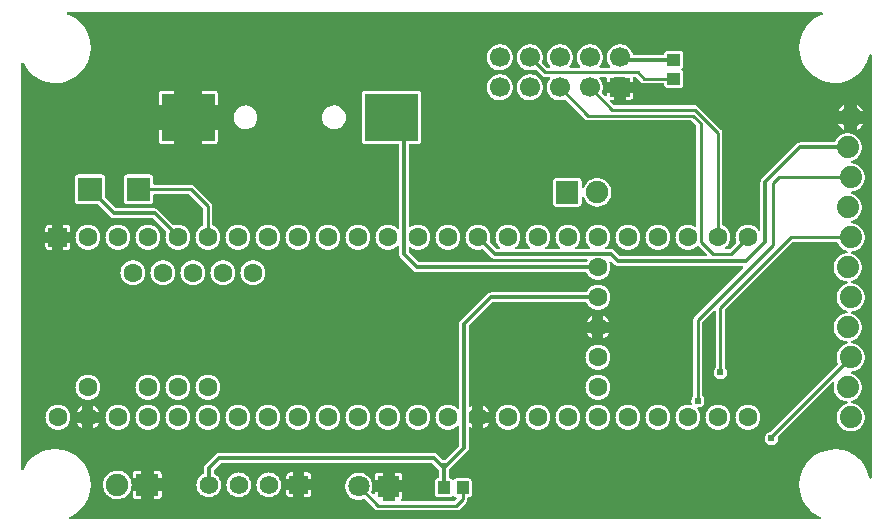
<source format=gbl>
G04 Layer: BottomLayer*
G04 EasyEDA v6.4.19.5, 2021-06-04T13:03:27+02:00*
G04 efa6938f2177404b8bb2681d1be77202,563db0ff5b334ec4995e7372edb549dc,10*
G04 Gerber Generator version 0.2*
G04 Scale: 100 percent, Rotated: No, Reflected: No *
G04 Dimensions in millimeters *
G04 leading zeros omitted , absolute positions ,4 integer and 5 decimal *
%FSLAX45Y45*%
%MOMM*%

%ADD10C,0.2540*%
%ADD11C,0.3050*%
%ADD12C,0.6110*%
%ADD13C,1.8796*%
%ADD14C,1.5999*%
%ADD17C,1.5748*%
%ADD19C,1.9000*%
%ADD20C,1.8000*%
%ADD22C,1.7000*%

%LPD*%
G36*
X427532Y-4292600D02*
G01*
X423214Y-4291634D01*
X419709Y-4288942D01*
X417677Y-4284980D01*
X417525Y-4280560D01*
X419303Y-4276496D01*
X422605Y-4273550D01*
X464515Y-4250283D01*
X509828Y-4210253D01*
X550265Y-4164533D01*
X575157Y-4119473D01*
X595020Y-4054449D01*
X599948Y-3999534D01*
X594817Y-3944518D01*
X574751Y-3879545D01*
X549706Y-3834688D01*
X510387Y-3785463D01*
X509524Y-3784600D01*
X464667Y-3749801D01*
X419557Y-3724859D01*
X374548Y-3709924D01*
X300685Y-3700119D01*
X299313Y-3700119D01*
X225450Y-3709924D01*
X180441Y-3724859D01*
X135331Y-3749801D01*
X90373Y-3784650D01*
X60299Y-3819651D01*
X31648Y-3868623D01*
X28651Y-3871823D01*
X24587Y-3873500D01*
X20218Y-3873296D01*
X16306Y-3871264D01*
X13665Y-3867810D01*
X12700Y-3863492D01*
X12700Y-437083D01*
X13665Y-432765D01*
X16357Y-429259D01*
X20320Y-427228D01*
X24739Y-427075D01*
X28803Y-428853D01*
X31750Y-432155D01*
X50241Y-465328D01*
X90373Y-515315D01*
X120345Y-540207D01*
X180492Y-575157D01*
X225450Y-590042D01*
X299415Y-599897D01*
X354482Y-595020D01*
X419506Y-575157D01*
X465429Y-549656D01*
X510235Y-509828D01*
X550265Y-464515D01*
X575157Y-419506D01*
X595020Y-354482D01*
X599948Y-299567D01*
X594817Y-244500D01*
X574751Y-179527D01*
X549706Y-134670D01*
X510387Y-85445D01*
X465328Y-50241D01*
X420420Y-25247D01*
X404418Y-19812D01*
X400862Y-17780D01*
X398424Y-14528D01*
X397459Y-10566D01*
X398119Y-6553D01*
X400304Y-3098D01*
X403606Y-812D01*
X407619Y0D01*
X6792366Y0D01*
X6796379Y-812D01*
X6799732Y-3098D01*
X6801866Y-6553D01*
X6802526Y-10566D01*
X6801561Y-14528D01*
X6799122Y-17780D01*
X6795617Y-19812D01*
X6779615Y-25247D01*
X6734708Y-50241D01*
X6689648Y-85394D01*
X6659778Y-120396D01*
X6624828Y-180543D01*
X6604965Y-245516D01*
X6600088Y-300482D01*
X6605168Y-355498D01*
X6625234Y-420471D01*
X6650228Y-465328D01*
X6690359Y-515315D01*
X6720331Y-540207D01*
X6779564Y-574751D01*
X6824522Y-589838D01*
X6899452Y-599897D01*
X6954469Y-595020D01*
X7019493Y-575157D01*
X7065416Y-549656D01*
X7110272Y-509828D01*
X7149642Y-465429D01*
X7174738Y-420471D01*
X7193737Y-359105D01*
X7195718Y-355498D01*
X7198918Y-353009D01*
X7202881Y-351942D01*
X7206945Y-352552D01*
X7210450Y-354736D01*
X7212787Y-358089D01*
X7213600Y-362102D01*
X7213600Y-3937914D01*
X7212787Y-3941927D01*
X7210450Y-3945280D01*
X7206945Y-3947464D01*
X7202881Y-3948074D01*
X7198918Y-3947007D01*
X7195718Y-3944467D01*
X7193737Y-3940911D01*
X7174738Y-3879545D01*
X7149744Y-3834688D01*
X7110374Y-3785463D01*
X7109510Y-3784600D01*
X7064654Y-3749801D01*
X7019544Y-3724859D01*
X6974535Y-3709924D01*
X6900672Y-3700119D01*
X6899351Y-3700119D01*
X6824522Y-3710178D01*
X6779615Y-3725214D01*
X6734708Y-3750259D01*
X6689648Y-3785362D01*
X6659778Y-3820363D01*
X6625285Y-3879494D01*
X6605168Y-3944518D01*
X6600088Y-3999534D01*
X6604965Y-4054449D01*
X6624828Y-4119473D01*
X6649770Y-4164634D01*
X6689648Y-4214622D01*
X6719671Y-4239717D01*
X6777685Y-4273651D01*
X6780936Y-4276648D01*
X6782612Y-4280712D01*
X6782409Y-4285081D01*
X6780377Y-4288993D01*
X6776872Y-4291634D01*
X6772605Y-4292600D01*
G37*

%LPC*%
G36*
X3035808Y-4216654D02*
G01*
X3695192Y-4216654D01*
X3703167Y-4215892D01*
X3710381Y-4213707D01*
X3716985Y-4210151D01*
X3723182Y-4205071D01*
X3777081Y-4151172D01*
X3782161Y-4144975D01*
X3785666Y-4138371D01*
X3787851Y-4131157D01*
X3788664Y-4123182D01*
X3788664Y-4116730D01*
X3789426Y-4112818D01*
X3791610Y-4109516D01*
X3794912Y-4107332D01*
X3805986Y-4105859D01*
X3811371Y-4103979D01*
X3816248Y-4100931D01*
X3820312Y-4096867D01*
X3823360Y-4091990D01*
X3825240Y-4086606D01*
X3825951Y-4080306D01*
X3825951Y-3971493D01*
X3825240Y-3965194D01*
X3823360Y-3959809D01*
X3820312Y-3954932D01*
X3816248Y-3950868D01*
X3811371Y-3947820D01*
X3805986Y-3945940D01*
X3799738Y-3945229D01*
X3700881Y-3945229D01*
X3694582Y-3945940D01*
X3689197Y-3947820D01*
X3684320Y-3950868D01*
X3680307Y-3954932D01*
X3678885Y-3957167D01*
X3676091Y-3960114D01*
X3672332Y-3961688D01*
X3668268Y-3961688D01*
X3664508Y-3960114D01*
X3661714Y-3957167D01*
X3660292Y-3954932D01*
X3656279Y-3950868D01*
X3651402Y-3947820D01*
X3646017Y-3945940D01*
X3640226Y-3945280D01*
X3636670Y-3944213D01*
X3633774Y-3941978D01*
X3631844Y-3938828D01*
X3631184Y-3935222D01*
X3631184Y-3878122D01*
X3631946Y-3874262D01*
X3634181Y-3870960D01*
X3787749Y-3717340D01*
X3793185Y-3710787D01*
X3796944Y-3703726D01*
X3799281Y-3696055D01*
X3800094Y-3687572D01*
X3800094Y-3521049D01*
X3801059Y-3516782D01*
X3803650Y-3513328D01*
X3807510Y-3511245D01*
X3811828Y-3510991D01*
X3815892Y-3512565D01*
X3826205Y-3519474D01*
X3832656Y-3522675D01*
X3832656Y-3474313D01*
X3810254Y-3474313D01*
X3806393Y-3473551D01*
X3803091Y-3471367D01*
X3800856Y-3468065D01*
X3800094Y-3464153D01*
X3800094Y-3391814D01*
X3800856Y-3387902D01*
X3803091Y-3384600D01*
X3806393Y-3382416D01*
X3810254Y-3381654D01*
X3832656Y-3381654D01*
X3832656Y-3333292D01*
X3826205Y-3336493D01*
X3815892Y-3343401D01*
X3811828Y-3344976D01*
X3807510Y-3344722D01*
X3803650Y-3342640D01*
X3801059Y-3339185D01*
X3800094Y-3334918D01*
X3800094Y-2662732D01*
X3800856Y-2658872D01*
X3803091Y-2655570D01*
X4001770Y-2456840D01*
X4005072Y-2454656D01*
X4008983Y-2453894D01*
X4791405Y-2452979D01*
X4795062Y-2453690D01*
X4798263Y-2455672D01*
X4800498Y-2458669D01*
X4803546Y-2464816D01*
X4811217Y-2476296D01*
X4820310Y-2486660D01*
X4830724Y-2495804D01*
X4842205Y-2503474D01*
X4854600Y-2509570D01*
X4867656Y-2513990D01*
X4881219Y-2516733D01*
X4895037Y-2517597D01*
X4908804Y-2516733D01*
X4922367Y-2513990D01*
X4935423Y-2509570D01*
X4947818Y-2503474D01*
X4959299Y-2495804D01*
X4969713Y-2486660D01*
X4978806Y-2476296D01*
X4986477Y-2464816D01*
X4992624Y-2452420D01*
X4997043Y-2439314D01*
X4999736Y-2425750D01*
X5000650Y-2411984D01*
X4999736Y-2398217D01*
X4997043Y-2384653D01*
X4992624Y-2371547D01*
X4986477Y-2359152D01*
X4978806Y-2347671D01*
X4969713Y-2337308D01*
X4959299Y-2328164D01*
X4947818Y-2320493D01*
X4935423Y-2314397D01*
X4922367Y-2309977D01*
X4908804Y-2307234D01*
X4895037Y-2306370D01*
X4881219Y-2307234D01*
X4867656Y-2309977D01*
X4854600Y-2314397D01*
X4842205Y-2320493D01*
X4830724Y-2328164D01*
X4820310Y-2337308D01*
X4811217Y-2347671D01*
X4803546Y-2359152D01*
X4800396Y-2365552D01*
X4798161Y-2368499D01*
X4794961Y-2370480D01*
X4791303Y-2371191D01*
X3988257Y-2372106D01*
X3979824Y-2372918D01*
X3972153Y-2375255D01*
X3965092Y-2379014D01*
X3958539Y-2384450D01*
X3730650Y-2612339D01*
X3725214Y-2618892D01*
X3721455Y-2625953D01*
X3719118Y-2633624D01*
X3718306Y-2642108D01*
X3718306Y-3347516D01*
X3717493Y-3351479D01*
X3715156Y-3354832D01*
X3711701Y-3357016D01*
X3707688Y-3357626D01*
X3703726Y-3356660D01*
X3689299Y-3344164D01*
X3677818Y-3336493D01*
X3665423Y-3330397D01*
X3652367Y-3325977D01*
X3638804Y-3323234D01*
X3624986Y-3322370D01*
X3611219Y-3323234D01*
X3597656Y-3325977D01*
X3584600Y-3330397D01*
X3572205Y-3336493D01*
X3560724Y-3344164D01*
X3550310Y-3353308D01*
X3541217Y-3363671D01*
X3533546Y-3375151D01*
X3527399Y-3387547D01*
X3522979Y-3400653D01*
X3520287Y-3414217D01*
X3519373Y-3427984D01*
X3520287Y-3441750D01*
X3522979Y-3455314D01*
X3527399Y-3468420D01*
X3533546Y-3480815D01*
X3541217Y-3492296D01*
X3550310Y-3502660D01*
X3560724Y-3511804D01*
X3572205Y-3519474D01*
X3584600Y-3525570D01*
X3597656Y-3529990D01*
X3611219Y-3532733D01*
X3624986Y-3533597D01*
X3638804Y-3532733D01*
X3652367Y-3529990D01*
X3665423Y-3525570D01*
X3677818Y-3519474D01*
X3689299Y-3511804D01*
X3703726Y-3499307D01*
X3707688Y-3498342D01*
X3711701Y-3498951D01*
X3715156Y-3501136D01*
X3717493Y-3504488D01*
X3718306Y-3508451D01*
X3718306Y-3666947D01*
X3717544Y-3670808D01*
X3715308Y-3674110D01*
X3600704Y-3788765D01*
X3597401Y-3790950D01*
X3593490Y-3791712D01*
X3587089Y-3791712D01*
X3583178Y-3790950D01*
X3579876Y-3788765D01*
X3534460Y-3743350D01*
X3527907Y-3737914D01*
X3520846Y-3734155D01*
X3513175Y-3731818D01*
X3504692Y-3731006D01*
X1689607Y-3731006D01*
X1681124Y-3731818D01*
X1673453Y-3734155D01*
X1666392Y-3737914D01*
X1659839Y-3743350D01*
X1571650Y-3831539D01*
X1566214Y-3838092D01*
X1562455Y-3845153D01*
X1560118Y-3852824D01*
X1559306Y-3861308D01*
X1559306Y-3898239D01*
X1558594Y-3901897D01*
X1556613Y-3905097D01*
X1553616Y-3907332D01*
X1548028Y-3910126D01*
X1536649Y-3917696D01*
X1526387Y-3926687D01*
X1517396Y-3936949D01*
X1509826Y-3948328D01*
X1503781Y-3960571D01*
X1499362Y-3973474D01*
X1496720Y-3986885D01*
X1495806Y-4000500D01*
X1496720Y-4014114D01*
X1499362Y-4027525D01*
X1503781Y-4040428D01*
X1509826Y-4052671D01*
X1517396Y-4064050D01*
X1526387Y-4074312D01*
X1536649Y-4083304D01*
X1548028Y-4090873D01*
X1560271Y-4096918D01*
X1573174Y-4101337D01*
X1586585Y-4103979D01*
X1600200Y-4104894D01*
X1613814Y-4103979D01*
X1627225Y-4101337D01*
X1640128Y-4096918D01*
X1652371Y-4090873D01*
X1663750Y-4083304D01*
X1674012Y-4074312D01*
X1683004Y-4064050D01*
X1690573Y-4052671D01*
X1696618Y-4040428D01*
X1701038Y-4027525D01*
X1703679Y-4014114D01*
X1704593Y-4000500D01*
X1703679Y-3986885D01*
X1701038Y-3973474D01*
X1696618Y-3960571D01*
X1690573Y-3948328D01*
X1683004Y-3936949D01*
X1674012Y-3926687D01*
X1663750Y-3917696D01*
X1652371Y-3910126D01*
X1646783Y-3907332D01*
X1643786Y-3905097D01*
X1641805Y-3901897D01*
X1641093Y-3898239D01*
X1641093Y-3881932D01*
X1641856Y-3878072D01*
X1644091Y-3874770D01*
X1703070Y-3815791D01*
X1706372Y-3813556D01*
X1710232Y-3812794D01*
X3484067Y-3812794D01*
X3487928Y-3813556D01*
X3491229Y-3815791D01*
X3546398Y-3870960D01*
X3548634Y-3874262D01*
X3549396Y-3878122D01*
X3549396Y-3935222D01*
X3548735Y-3938828D01*
X3546805Y-3941978D01*
X3543909Y-3944213D01*
X3540353Y-3945280D01*
X3534613Y-3945940D01*
X3529177Y-3947820D01*
X3524351Y-3950868D01*
X3520287Y-3954932D01*
X3517239Y-3959809D01*
X3515360Y-3965194D01*
X3514648Y-3971493D01*
X3514648Y-4080306D01*
X3515360Y-4086606D01*
X3517239Y-4091990D01*
X3520287Y-4096867D01*
X3524351Y-4100931D01*
X3529177Y-4103979D01*
X3534613Y-4105859D01*
X3540861Y-4106570D01*
X3639718Y-4106570D01*
X3646017Y-4105859D01*
X3651402Y-4103979D01*
X3656279Y-4100931D01*
X3660292Y-4096867D01*
X3661714Y-4094632D01*
X3664508Y-4091686D01*
X3668268Y-4090111D01*
X3672332Y-4090111D01*
X3676091Y-4091686D01*
X3678885Y-4094632D01*
X3680307Y-4096867D01*
X3684320Y-4100931D01*
X3689197Y-4103979D01*
X3693617Y-4105503D01*
X3697122Y-4107586D01*
X3699510Y-4110888D01*
X3700424Y-4114850D01*
X3699713Y-4118864D01*
X3697478Y-4122267D01*
X3682796Y-4136948D01*
X3679494Y-4139184D01*
X3675583Y-4139946D01*
X3237941Y-4139946D01*
X3234080Y-4139184D01*
X3230778Y-4136948D01*
X3228543Y-4133697D01*
X3227781Y-4129786D01*
X3228543Y-4125874D01*
X3230778Y-4122623D01*
X3234182Y-4119168D01*
X3237280Y-4114292D01*
X3239160Y-4108907D01*
X3239871Y-4102608D01*
X3239871Y-4064558D01*
X3175558Y-4064558D01*
X3175558Y-4129786D01*
X3174796Y-4133697D01*
X3172561Y-4136948D01*
X3169259Y-4139184D01*
X3165398Y-4139946D01*
X3083001Y-4139946D01*
X3079140Y-4139184D01*
X3075838Y-4136948D01*
X3073603Y-4133697D01*
X3072841Y-4129786D01*
X3072841Y-4064558D01*
X3008528Y-4064558D01*
X3008528Y-4072788D01*
X3007766Y-4076649D01*
X3005582Y-4079951D01*
X3002280Y-4082186D01*
X2998368Y-4082948D01*
X2994507Y-4082186D01*
X2991205Y-4079951D01*
X2979318Y-4068114D01*
X2977083Y-4064660D01*
X2976372Y-4060596D01*
X2977692Y-4055770D01*
X2982214Y-4041952D01*
X2984906Y-4027678D01*
X2985820Y-4013200D01*
X2984906Y-3998722D01*
X2982214Y-3984447D01*
X2977692Y-3970629D01*
X2971546Y-3957472D01*
X2963773Y-3945229D01*
X2954477Y-3934053D01*
X2943910Y-3924096D01*
X2932176Y-3915562D01*
X2919425Y-3908551D01*
X2905912Y-3903218D01*
X2891891Y-3899611D01*
X2877464Y-3897782D01*
X2862935Y-3897782D01*
X2848508Y-3899611D01*
X2834487Y-3903218D01*
X2820974Y-3908551D01*
X2808224Y-3915562D01*
X2796489Y-3924096D01*
X2785922Y-3934053D01*
X2776626Y-3945229D01*
X2768854Y-3957472D01*
X2762707Y-3970629D01*
X2758186Y-3984447D01*
X2755493Y-3998722D01*
X2754579Y-4013200D01*
X2755493Y-4027678D01*
X2758186Y-4041952D01*
X2762707Y-4055770D01*
X2768854Y-4068927D01*
X2776626Y-4081170D01*
X2785922Y-4092346D01*
X2796489Y-4102303D01*
X2808224Y-4110837D01*
X2820974Y-4117848D01*
X2834487Y-4123182D01*
X2848508Y-4126788D01*
X2862935Y-4128617D01*
X2877464Y-4128617D01*
X2891891Y-4126788D01*
X2905912Y-4123182D01*
X2914040Y-4119981D01*
X2917901Y-4119270D01*
X2921711Y-4120032D01*
X2924962Y-4122216D01*
X3007817Y-4205071D01*
X3014014Y-4210151D01*
X3020618Y-4213707D01*
X3027832Y-4215892D01*
G37*
G36*
X985062Y-4121150D02*
G01*
X1025652Y-4121150D01*
X1025652Y-4054348D01*
X958850Y-4054348D01*
X958850Y-4094937D01*
X959561Y-4101185D01*
X961440Y-4106621D01*
X964488Y-4111447D01*
X968552Y-4115511D01*
X973378Y-4118559D01*
X978814Y-4120438D01*
G37*
G36*
X1133348Y-4121150D02*
G01*
X1173937Y-4121150D01*
X1180185Y-4120438D01*
X1185621Y-4118559D01*
X1190447Y-4115511D01*
X1194511Y-4111447D01*
X1197559Y-4106621D01*
X1199438Y-4101185D01*
X1200150Y-4094937D01*
X1200150Y-4054348D01*
X1133348Y-4054348D01*
G37*
G36*
X821791Y-4121099D02*
G01*
X836625Y-4120642D01*
X851306Y-4118356D01*
X865581Y-4114292D01*
X879246Y-4108500D01*
X892149Y-4101084D01*
X903986Y-4092092D01*
X914653Y-4081779D01*
X923950Y-4070197D01*
X931773Y-4057548D01*
X937971Y-4044086D01*
X942492Y-4029913D01*
X945235Y-4015333D01*
X946150Y-4000500D01*
X945235Y-3985666D01*
X942492Y-3971086D01*
X937971Y-3956913D01*
X931773Y-3943451D01*
X923950Y-3930802D01*
X914653Y-3919220D01*
X903986Y-3908907D01*
X892149Y-3899915D01*
X879246Y-3892499D01*
X865581Y-3886708D01*
X851306Y-3882644D01*
X836625Y-3880358D01*
X821791Y-3879900D01*
X807008Y-3881272D01*
X792480Y-3884472D01*
X778459Y-3889400D01*
X765200Y-3896004D01*
X752805Y-3904234D01*
X741527Y-3913886D01*
X731520Y-3924858D01*
X722934Y-3937000D01*
X715924Y-3950055D01*
X710539Y-3963924D01*
X706932Y-3978351D01*
X705104Y-3993083D01*
X705104Y-4007916D01*
X706932Y-4022648D01*
X710539Y-4037076D01*
X715924Y-4050944D01*
X722934Y-4064000D01*
X731520Y-4076141D01*
X741527Y-4087114D01*
X752805Y-4096765D01*
X765200Y-4104995D01*
X778459Y-4111599D01*
X792480Y-4116527D01*
X807008Y-4119727D01*
G37*
G36*
X2284018Y-4104894D02*
G01*
X2316480Y-4104894D01*
X2316480Y-4046220D01*
X2257806Y-4046220D01*
X2257806Y-4078681D01*
X2258517Y-4084929D01*
X2260396Y-4090365D01*
X2263444Y-4095191D01*
X2267508Y-4099255D01*
X2272334Y-4102303D01*
X2277770Y-4104182D01*
G37*
G36*
X2407920Y-4104894D02*
G01*
X2440381Y-4104894D01*
X2446629Y-4104182D01*
X2452065Y-4102303D01*
X2456891Y-4099255D01*
X2460955Y-4095191D01*
X2464003Y-4090365D01*
X2465882Y-4084929D01*
X2466594Y-4078681D01*
X2466594Y-4046220D01*
X2407920Y-4046220D01*
G37*
G36*
X1854200Y-4104894D02*
G01*
X1867814Y-4103979D01*
X1881225Y-4101337D01*
X1894128Y-4096918D01*
X1906371Y-4090873D01*
X1917750Y-4083304D01*
X1928012Y-4074312D01*
X1937004Y-4064050D01*
X1944573Y-4052671D01*
X1950618Y-4040428D01*
X1955038Y-4027525D01*
X1957679Y-4014114D01*
X1958593Y-4000500D01*
X1957679Y-3986885D01*
X1955038Y-3973474D01*
X1950618Y-3960571D01*
X1944573Y-3948328D01*
X1937004Y-3936949D01*
X1928012Y-3926687D01*
X1917750Y-3917696D01*
X1906371Y-3910126D01*
X1894128Y-3904081D01*
X1881225Y-3899662D01*
X1867814Y-3897020D01*
X1854200Y-3896106D01*
X1840585Y-3897020D01*
X1827174Y-3899662D01*
X1814271Y-3904081D01*
X1802028Y-3910126D01*
X1790649Y-3917696D01*
X1780387Y-3926687D01*
X1771396Y-3936949D01*
X1763826Y-3948328D01*
X1757781Y-3960571D01*
X1753362Y-3973474D01*
X1750720Y-3986885D01*
X1749806Y-4000500D01*
X1750720Y-4014114D01*
X1753362Y-4027525D01*
X1757781Y-4040428D01*
X1763826Y-4052671D01*
X1771396Y-4064050D01*
X1780387Y-4074312D01*
X1790649Y-4083304D01*
X1802028Y-4090873D01*
X1814271Y-4096918D01*
X1827174Y-4101337D01*
X1840585Y-4103979D01*
G37*
G36*
X2108200Y-4104894D02*
G01*
X2121814Y-4103979D01*
X2135225Y-4101337D01*
X2148128Y-4096918D01*
X2160371Y-4090873D01*
X2171750Y-4083304D01*
X2182012Y-4074312D01*
X2191004Y-4064050D01*
X2198573Y-4052671D01*
X2204618Y-4040428D01*
X2209038Y-4027525D01*
X2211679Y-4014114D01*
X2212594Y-4000500D01*
X2211679Y-3986885D01*
X2209038Y-3973474D01*
X2204618Y-3960571D01*
X2198573Y-3948328D01*
X2191004Y-3936949D01*
X2182012Y-3926687D01*
X2171750Y-3917696D01*
X2160371Y-3910126D01*
X2148128Y-3904081D01*
X2135225Y-3899662D01*
X2121814Y-3897020D01*
X2108200Y-3896106D01*
X2094585Y-3897020D01*
X2081174Y-3899662D01*
X2068271Y-3904081D01*
X2056028Y-3910126D01*
X2044649Y-3917696D01*
X2034387Y-3926687D01*
X2025396Y-3936949D01*
X2017826Y-3948328D01*
X2011781Y-3960571D01*
X2007362Y-3973474D01*
X2004720Y-3986885D01*
X2003806Y-4000500D01*
X2004720Y-4014114D01*
X2007362Y-4027525D01*
X2011781Y-4040428D01*
X2017826Y-4052671D01*
X2025396Y-4064050D01*
X2034387Y-4074312D01*
X2044649Y-4083304D01*
X2056028Y-4090873D01*
X2068271Y-4096918D01*
X2081174Y-4101337D01*
X2094585Y-4103979D01*
G37*
G36*
X3175558Y-3961841D02*
G01*
X3239871Y-3961841D01*
X3239871Y-3923792D01*
X3239160Y-3917492D01*
X3237280Y-3912108D01*
X3234182Y-3907231D01*
X3230168Y-3903218D01*
X3225292Y-3900170D01*
X3219907Y-3898239D01*
X3213608Y-3897528D01*
X3175558Y-3897528D01*
G37*
G36*
X3008528Y-3961841D02*
G01*
X3072841Y-3961841D01*
X3072841Y-3897528D01*
X3034792Y-3897528D01*
X3028492Y-3898239D01*
X3023108Y-3900170D01*
X3018231Y-3903218D01*
X3014218Y-3907231D01*
X3011170Y-3912108D01*
X3009239Y-3917492D01*
X3008528Y-3923792D01*
G37*
G36*
X2257806Y-3954779D02*
G01*
X2316480Y-3954779D01*
X2316480Y-3896106D01*
X2284018Y-3896106D01*
X2277770Y-3896817D01*
X2272334Y-3898696D01*
X2267508Y-3901744D01*
X2263444Y-3905808D01*
X2260396Y-3910634D01*
X2258517Y-3916070D01*
X2257806Y-3922318D01*
G37*
G36*
X2407920Y-3954779D02*
G01*
X2466594Y-3954779D01*
X2466594Y-3922318D01*
X2465882Y-3916070D01*
X2464003Y-3910634D01*
X2460955Y-3905808D01*
X2456891Y-3901744D01*
X2452065Y-3898696D01*
X2446629Y-3896817D01*
X2440381Y-3896106D01*
X2407920Y-3896106D01*
G37*
G36*
X1133348Y-3946651D02*
G01*
X1200150Y-3946651D01*
X1200150Y-3906062D01*
X1199438Y-3899814D01*
X1197559Y-3894378D01*
X1194511Y-3889552D01*
X1190447Y-3885488D01*
X1185621Y-3882440D01*
X1180185Y-3880561D01*
X1173937Y-3879850D01*
X1133348Y-3879850D01*
G37*
G36*
X958850Y-3946651D02*
G01*
X1025652Y-3946651D01*
X1025652Y-3879850D01*
X985062Y-3879850D01*
X978814Y-3880561D01*
X973378Y-3882440D01*
X968552Y-3885488D01*
X964488Y-3889552D01*
X961440Y-3894378D01*
X959561Y-3899814D01*
X958850Y-3906062D01*
G37*
G36*
X6362700Y-3662984D02*
G01*
X6372453Y-3662121D01*
X6381902Y-3659581D01*
X6390792Y-3655466D01*
X6398818Y-3649827D01*
X6405727Y-3642918D01*
X6411366Y-3634892D01*
X6415481Y-3626002D01*
X6418021Y-3616553D01*
X6418884Y-3606800D01*
X6418122Y-3598062D01*
X6418681Y-3593693D01*
X6421018Y-3589985D01*
X6878523Y-3132531D01*
X6882180Y-3130194D01*
X6886549Y-3129584D01*
X6890715Y-3130854D01*
X6893966Y-3133801D01*
X6895693Y-3137814D01*
X6895541Y-3142183D01*
X6892798Y-3153003D01*
X6891020Y-3167634D01*
X6891020Y-3182366D01*
X6892798Y-3196996D01*
X6896404Y-3211271D01*
X6901738Y-3224987D01*
X6908698Y-3237992D01*
X6917232Y-3249980D01*
X6927138Y-3260852D01*
X6938314Y-3270453D01*
X6950608Y-3278581D01*
X6963765Y-3285134D01*
X6977684Y-3290062D01*
X6992061Y-3293211D01*
X7001205Y-3294024D01*
X7004964Y-3295142D01*
X7008012Y-3297580D01*
X7009942Y-3300984D01*
X7010400Y-3304895D01*
X7009384Y-3308654D01*
X7006996Y-3311753D01*
X7003643Y-3313734D01*
X6989165Y-3318865D01*
X6976008Y-3325418D01*
X6963714Y-3333546D01*
X6952538Y-3343148D01*
X6942632Y-3354019D01*
X6934098Y-3366008D01*
X6927138Y-3379012D01*
X6921804Y-3392728D01*
X6918198Y-3407003D01*
X6916420Y-3421634D01*
X6916420Y-3436365D01*
X6918198Y-3450996D01*
X6921804Y-3465271D01*
X6927138Y-3478987D01*
X6934098Y-3491992D01*
X6942632Y-3503980D01*
X6952538Y-3514851D01*
X6963714Y-3524453D01*
X6976008Y-3532581D01*
X6989165Y-3539134D01*
X7003084Y-3544062D01*
X7017461Y-3547211D01*
X7032091Y-3548583D01*
X7046823Y-3548126D01*
X7061403Y-3545840D01*
X7075576Y-3541826D01*
X7089140Y-3536086D01*
X7101890Y-3528720D01*
X7113625Y-3519830D01*
X7124192Y-3509568D01*
X7133437Y-3498087D01*
X7141159Y-3485591D01*
X7147356Y-3472230D01*
X7151827Y-3458159D01*
X7154519Y-3443681D01*
X7155434Y-3429000D01*
X7154519Y-3414318D01*
X7151827Y-3399840D01*
X7147356Y-3385769D01*
X7141159Y-3372408D01*
X7133437Y-3359912D01*
X7124192Y-3348431D01*
X7113625Y-3338169D01*
X7101890Y-3329279D01*
X7089140Y-3321913D01*
X7075576Y-3316173D01*
X7061403Y-3312160D01*
X7046823Y-3309874D01*
X7045248Y-3309823D01*
X7041235Y-3308908D01*
X7037984Y-3306470D01*
X7035901Y-3302965D01*
X7035393Y-3298901D01*
X7036562Y-3294938D01*
X7039152Y-3291789D01*
X7042759Y-3289909D01*
X7050176Y-3287826D01*
X7063740Y-3282086D01*
X7076490Y-3274720D01*
X7088225Y-3265830D01*
X7098792Y-3255568D01*
X7108037Y-3244088D01*
X7115759Y-3231591D01*
X7121956Y-3218230D01*
X7126427Y-3204159D01*
X7129119Y-3189681D01*
X7130034Y-3175000D01*
X7129119Y-3160318D01*
X7126427Y-3145840D01*
X7121956Y-3131769D01*
X7115759Y-3118408D01*
X7108037Y-3105912D01*
X7098792Y-3094431D01*
X7088225Y-3084169D01*
X7076490Y-3075279D01*
X7063740Y-3067913D01*
X7050176Y-3062173D01*
X7042759Y-3060090D01*
X7039152Y-3058210D01*
X7036562Y-3055061D01*
X7035393Y-3051098D01*
X7035901Y-3047034D01*
X7037984Y-3043529D01*
X7041235Y-3041091D01*
X7045248Y-3040176D01*
X7046823Y-3040126D01*
X7061403Y-3037840D01*
X7075576Y-3033826D01*
X7089140Y-3028086D01*
X7101890Y-3020720D01*
X7113625Y-3011830D01*
X7124192Y-3001568D01*
X7133437Y-2990088D01*
X7141159Y-2977591D01*
X7147356Y-2964230D01*
X7151827Y-2950159D01*
X7154519Y-2935681D01*
X7155434Y-2921000D01*
X7154519Y-2906318D01*
X7151827Y-2891840D01*
X7147356Y-2877769D01*
X7141159Y-2864408D01*
X7133437Y-2851912D01*
X7124192Y-2840431D01*
X7113625Y-2830169D01*
X7101890Y-2821279D01*
X7089140Y-2813913D01*
X7075576Y-2808173D01*
X7061403Y-2804160D01*
X7046823Y-2801874D01*
X7045248Y-2801823D01*
X7041235Y-2800908D01*
X7037984Y-2798470D01*
X7035901Y-2794965D01*
X7035393Y-2790901D01*
X7036562Y-2786938D01*
X7039152Y-2783789D01*
X7042759Y-2781909D01*
X7050176Y-2779826D01*
X7063740Y-2774086D01*
X7076490Y-2766720D01*
X7088225Y-2757830D01*
X7098792Y-2747568D01*
X7108037Y-2736088D01*
X7115759Y-2723591D01*
X7121956Y-2710230D01*
X7126427Y-2696159D01*
X7129119Y-2681681D01*
X7130034Y-2667000D01*
X7129119Y-2652318D01*
X7126427Y-2637840D01*
X7121956Y-2623769D01*
X7115759Y-2610408D01*
X7108037Y-2597912D01*
X7098792Y-2586431D01*
X7088225Y-2576169D01*
X7076490Y-2567279D01*
X7063740Y-2559913D01*
X7050176Y-2554173D01*
X7042759Y-2552090D01*
X7039152Y-2550210D01*
X7036562Y-2547061D01*
X7035393Y-2543098D01*
X7035901Y-2539034D01*
X7037984Y-2535529D01*
X7041235Y-2533091D01*
X7045248Y-2532176D01*
X7046823Y-2532126D01*
X7061403Y-2529840D01*
X7075576Y-2525826D01*
X7089140Y-2520086D01*
X7101890Y-2512720D01*
X7113625Y-2503830D01*
X7124192Y-2493568D01*
X7133437Y-2482088D01*
X7141159Y-2469591D01*
X7147356Y-2456230D01*
X7151827Y-2442159D01*
X7154519Y-2427681D01*
X7155434Y-2413000D01*
X7154519Y-2398318D01*
X7151827Y-2383840D01*
X7147356Y-2369769D01*
X7141159Y-2356408D01*
X7133437Y-2343912D01*
X7124192Y-2332431D01*
X7113625Y-2322169D01*
X7101890Y-2313279D01*
X7089140Y-2305913D01*
X7075576Y-2300173D01*
X7061403Y-2296160D01*
X7046823Y-2293874D01*
X7045248Y-2293823D01*
X7041235Y-2292908D01*
X7037984Y-2290470D01*
X7035901Y-2286965D01*
X7035393Y-2282901D01*
X7036562Y-2278938D01*
X7039152Y-2275789D01*
X7042759Y-2273909D01*
X7050176Y-2271826D01*
X7063740Y-2266086D01*
X7076490Y-2258720D01*
X7088225Y-2249830D01*
X7098792Y-2239568D01*
X7108037Y-2228088D01*
X7115759Y-2215591D01*
X7121956Y-2202230D01*
X7126427Y-2188159D01*
X7129119Y-2173681D01*
X7130034Y-2159000D01*
X7129119Y-2144318D01*
X7126427Y-2129840D01*
X7121956Y-2115769D01*
X7115759Y-2102408D01*
X7108037Y-2089912D01*
X7098792Y-2078431D01*
X7088225Y-2068169D01*
X7076490Y-2059279D01*
X7063740Y-2051913D01*
X7050176Y-2046173D01*
X7042759Y-2044090D01*
X7039152Y-2042210D01*
X7036562Y-2039061D01*
X7035393Y-2035098D01*
X7035901Y-2031034D01*
X7037984Y-2027529D01*
X7041235Y-2025091D01*
X7045248Y-2024176D01*
X7046823Y-2024125D01*
X7061403Y-2021839D01*
X7075576Y-2017826D01*
X7089140Y-2012086D01*
X7101890Y-2004720D01*
X7113625Y-1995830D01*
X7124192Y-1985568D01*
X7133437Y-1974088D01*
X7141159Y-1961591D01*
X7147356Y-1948230D01*
X7151827Y-1934159D01*
X7154519Y-1919681D01*
X7155434Y-1905000D01*
X7154519Y-1890318D01*
X7151827Y-1875840D01*
X7147356Y-1861769D01*
X7141159Y-1848408D01*
X7133437Y-1835912D01*
X7124192Y-1824431D01*
X7113625Y-1814169D01*
X7101890Y-1805279D01*
X7089140Y-1797913D01*
X7075576Y-1792173D01*
X7061403Y-1788160D01*
X7046823Y-1785874D01*
X7045248Y-1785823D01*
X7041235Y-1784908D01*
X7037984Y-1782470D01*
X7035901Y-1778965D01*
X7035393Y-1774901D01*
X7036562Y-1770938D01*
X7039152Y-1767789D01*
X7042759Y-1765909D01*
X7050176Y-1763826D01*
X7063740Y-1758086D01*
X7076490Y-1750720D01*
X7088225Y-1741830D01*
X7098792Y-1731568D01*
X7108037Y-1720088D01*
X7115759Y-1707591D01*
X7121956Y-1694230D01*
X7126427Y-1680159D01*
X7129119Y-1665681D01*
X7130034Y-1651000D01*
X7129119Y-1636318D01*
X7126427Y-1621840D01*
X7121956Y-1607769D01*
X7115759Y-1594408D01*
X7108037Y-1581912D01*
X7098792Y-1570431D01*
X7088225Y-1560169D01*
X7076490Y-1551279D01*
X7063740Y-1543913D01*
X7050176Y-1538173D01*
X7042759Y-1536090D01*
X7039152Y-1534210D01*
X7036562Y-1531061D01*
X7035393Y-1527098D01*
X7035901Y-1523034D01*
X7037984Y-1519529D01*
X7041235Y-1517091D01*
X7045248Y-1516176D01*
X7046823Y-1516126D01*
X7061403Y-1513840D01*
X7075576Y-1509826D01*
X7089140Y-1504086D01*
X7101890Y-1496720D01*
X7113625Y-1487830D01*
X7124192Y-1477568D01*
X7133437Y-1466088D01*
X7141159Y-1453591D01*
X7147356Y-1440230D01*
X7151827Y-1426159D01*
X7154519Y-1411681D01*
X7155434Y-1397000D01*
X7154519Y-1382318D01*
X7151827Y-1367840D01*
X7147356Y-1353769D01*
X7141159Y-1340408D01*
X7133437Y-1327912D01*
X7124192Y-1316431D01*
X7113625Y-1306169D01*
X7101890Y-1297279D01*
X7089140Y-1289913D01*
X7075576Y-1284173D01*
X7061403Y-1280160D01*
X7046823Y-1277874D01*
X7045248Y-1277823D01*
X7041235Y-1276908D01*
X7037984Y-1274470D01*
X7035901Y-1270965D01*
X7035393Y-1266901D01*
X7036562Y-1262938D01*
X7039152Y-1259789D01*
X7042759Y-1257909D01*
X7050176Y-1255826D01*
X7063740Y-1250086D01*
X7076490Y-1242720D01*
X7088225Y-1233830D01*
X7098792Y-1223568D01*
X7108037Y-1212088D01*
X7115759Y-1199591D01*
X7121956Y-1186230D01*
X7126427Y-1172159D01*
X7129119Y-1157681D01*
X7130034Y-1143000D01*
X7129119Y-1128318D01*
X7126427Y-1113840D01*
X7121956Y-1099769D01*
X7115759Y-1086408D01*
X7108037Y-1073912D01*
X7098792Y-1062431D01*
X7088225Y-1052169D01*
X7076490Y-1043279D01*
X7063740Y-1035913D01*
X7050176Y-1030173D01*
X7036003Y-1026160D01*
X7021423Y-1023874D01*
X7006691Y-1023416D01*
X6992061Y-1024788D01*
X6977684Y-1027937D01*
X6963765Y-1032865D01*
X6950608Y-1039418D01*
X6938314Y-1047546D01*
X6927138Y-1057148D01*
X6917232Y-1068019D01*
X6908698Y-1080008D01*
X6901738Y-1093012D01*
X6900722Y-1095603D01*
X6898538Y-1099007D01*
X6895236Y-1101293D01*
X6891274Y-1102106D01*
X6604508Y-1102106D01*
X6596024Y-1102918D01*
X6588353Y-1105255D01*
X6581292Y-1109014D01*
X6574739Y-1114450D01*
X6283350Y-1405839D01*
X6277914Y-1412392D01*
X6274155Y-1419453D01*
X6271818Y-1427124D01*
X6271006Y-1435608D01*
X6271006Y-1839366D01*
X6270091Y-1843582D01*
X6267551Y-1847037D01*
X6263792Y-1849120D01*
X6259525Y-1849475D01*
X6255461Y-1848002D01*
X6252413Y-1845056D01*
X6248806Y-1839671D01*
X6239713Y-1829307D01*
X6229299Y-1820164D01*
X6217818Y-1812493D01*
X6205423Y-1806397D01*
X6192367Y-1801977D01*
X6178804Y-1799234D01*
X6165037Y-1798370D01*
X6151219Y-1799234D01*
X6137656Y-1801977D01*
X6124600Y-1806397D01*
X6112205Y-1812493D01*
X6100724Y-1820164D01*
X6090310Y-1829307D01*
X6081217Y-1839671D01*
X6073546Y-1851152D01*
X6067399Y-1863547D01*
X6062980Y-1876653D01*
X6060287Y-1890217D01*
X6059373Y-1903984D01*
X6060287Y-1917750D01*
X6062980Y-1931314D01*
X6066129Y-1940661D01*
X6066688Y-1944370D01*
X6065824Y-1948027D01*
X6063691Y-1951126D01*
X6011468Y-2003348D01*
X6008166Y-2005584D01*
X6004255Y-2006346D01*
X5981039Y-2006346D01*
X5977026Y-2005533D01*
X5973673Y-2003196D01*
X5971489Y-1999742D01*
X5970879Y-1995728D01*
X5971895Y-1991766D01*
X5974384Y-1988515D01*
X5985713Y-1978660D01*
X5994806Y-1968296D01*
X6002477Y-1956816D01*
X6008624Y-1944420D01*
X6013043Y-1931314D01*
X6015736Y-1917750D01*
X6016650Y-1903984D01*
X6015736Y-1890217D01*
X6013043Y-1876653D01*
X6008624Y-1863547D01*
X6002477Y-1851152D01*
X5994806Y-1839671D01*
X5985713Y-1829307D01*
X5975299Y-1820164D01*
X5963818Y-1812493D01*
X5955131Y-1808225D01*
X5952134Y-1805939D01*
X5950153Y-1802790D01*
X5949442Y-1799082D01*
X5949442Y-1022096D01*
X5948680Y-1014120D01*
X5946495Y-1006906D01*
X5942939Y-1000302D01*
X5937859Y-994105D01*
X5742482Y-798728D01*
X5736285Y-793648D01*
X5729681Y-790092D01*
X5722467Y-787908D01*
X5714492Y-787146D01*
X5036616Y-787146D01*
X5032705Y-786384D01*
X5029403Y-784148D01*
X5001971Y-756716D01*
X4999786Y-753465D01*
X4999024Y-749554D01*
X4999786Y-745642D01*
X5001971Y-742391D01*
X5005273Y-740156D01*
X5009184Y-739394D01*
X5031130Y-739394D01*
X5031130Y-680720D01*
X4969357Y-680720D01*
X4969357Y-699566D01*
X4968595Y-703478D01*
X4966360Y-706780D01*
X4963058Y-708964D01*
X4959197Y-709726D01*
X4955286Y-708964D01*
X4951984Y-706780D01*
X4931308Y-686054D01*
X4929174Y-682955D01*
X4928311Y-679348D01*
X4928819Y-675640D01*
X4933035Y-663041D01*
X4935728Y-649122D01*
X4936642Y-635000D01*
X4935728Y-620877D01*
X4933035Y-606958D01*
X4928565Y-593496D01*
X4922418Y-580694D01*
X4914646Y-568807D01*
X4909769Y-563118D01*
X4907889Y-559765D01*
X4907381Y-555955D01*
X4908296Y-552246D01*
X4910531Y-549148D01*
X4913782Y-547065D01*
X4917541Y-546354D01*
X4959197Y-546354D01*
X4963058Y-547116D01*
X4966360Y-549351D01*
X4968595Y-552602D01*
X4969357Y-556514D01*
X4969357Y-589280D01*
X5031130Y-589280D01*
X5031130Y-556514D01*
X5031943Y-552602D01*
X5034127Y-549351D01*
X5037429Y-547116D01*
X5041290Y-546354D01*
X5118709Y-546354D01*
X5122570Y-547116D01*
X5125872Y-549351D01*
X5128056Y-552602D01*
X5128869Y-556514D01*
X5128869Y-589280D01*
X5190642Y-589280D01*
X5190642Y-556514D01*
X5191404Y-552602D01*
X5193639Y-549351D01*
X5196941Y-547116D01*
X5200802Y-546354D01*
X5212283Y-546354D01*
X5216194Y-547116D01*
X5219496Y-549351D01*
X5259527Y-589330D01*
X5265724Y-594410D01*
X5272328Y-597966D01*
X5279491Y-600151D01*
X5287467Y-600964D01*
X5446369Y-600964D01*
X5450281Y-601726D01*
X5453583Y-603910D01*
X5455767Y-607212D01*
X5457240Y-618286D01*
X5459120Y-623722D01*
X5462168Y-628548D01*
X5466232Y-632612D01*
X5471109Y-635660D01*
X5476494Y-637540D01*
X5482793Y-638251D01*
X5591606Y-638251D01*
X5597906Y-637540D01*
X5603290Y-635660D01*
X5608167Y-632612D01*
X5612231Y-628548D01*
X5615279Y-623722D01*
X5617159Y-618286D01*
X5617870Y-612038D01*
X5617870Y-513181D01*
X5617159Y-506882D01*
X5615279Y-501497D01*
X5612231Y-496620D01*
X5608167Y-492607D01*
X5605932Y-491185D01*
X5602986Y-488391D01*
X5601411Y-484632D01*
X5601411Y-480568D01*
X5602986Y-476808D01*
X5605932Y-474014D01*
X5608167Y-472592D01*
X5612231Y-468579D01*
X5615279Y-463702D01*
X5617159Y-458317D01*
X5617870Y-452018D01*
X5617870Y-353161D01*
X5617159Y-346913D01*
X5615279Y-341528D01*
X5612231Y-336651D01*
X5608167Y-332587D01*
X5603290Y-329539D01*
X5597906Y-327660D01*
X5591606Y-326948D01*
X5482793Y-326948D01*
X5476494Y-327660D01*
X5471109Y-329539D01*
X5466232Y-332587D01*
X5462168Y-336651D01*
X5459120Y-341528D01*
X5457240Y-346913D01*
X5456580Y-352653D01*
X5455513Y-356209D01*
X5453278Y-359105D01*
X5450128Y-361035D01*
X5446522Y-361696D01*
X5197094Y-361696D01*
X5193639Y-361086D01*
X5190642Y-359359D01*
X5188356Y-356717D01*
X5182565Y-339496D01*
X5176418Y-326694D01*
X5168646Y-314807D01*
X5159451Y-304038D01*
X5148986Y-294487D01*
X5137353Y-286410D01*
X5124805Y-279857D01*
X5111496Y-274929D01*
X5097678Y-271780D01*
X5083556Y-270408D01*
X5069382Y-270865D01*
X5055362Y-273151D01*
X5041798Y-277164D01*
X5028844Y-282905D01*
X5016703Y-290271D01*
X5005628Y-299110D01*
X4995773Y-309270D01*
X4987290Y-320649D01*
X4980330Y-332994D01*
X4974996Y-346151D01*
X4971389Y-359867D01*
X4969611Y-373888D01*
X4969611Y-388112D01*
X4971389Y-402132D01*
X4974996Y-415848D01*
X4980330Y-429006D01*
X4987290Y-441350D01*
X4996281Y-453390D01*
X4998110Y-457454D01*
X4998059Y-461924D01*
X4996027Y-465937D01*
X4992522Y-468680D01*
X4988153Y-469646D01*
X4917541Y-469646D01*
X4913782Y-468934D01*
X4910531Y-466851D01*
X4908296Y-463753D01*
X4907381Y-460044D01*
X4907889Y-456234D01*
X4909769Y-452882D01*
X4914646Y-447192D01*
X4922418Y-435305D01*
X4928565Y-422503D01*
X4933035Y-409041D01*
X4935728Y-395122D01*
X4936642Y-381000D01*
X4935728Y-366877D01*
X4933035Y-352958D01*
X4928565Y-339496D01*
X4922418Y-326694D01*
X4914646Y-314807D01*
X4905451Y-304038D01*
X4894986Y-294487D01*
X4883353Y-286410D01*
X4870805Y-279857D01*
X4857496Y-274929D01*
X4843678Y-271780D01*
X4829556Y-270408D01*
X4815382Y-270865D01*
X4801362Y-273151D01*
X4787798Y-277164D01*
X4774844Y-282905D01*
X4762703Y-290271D01*
X4751628Y-299110D01*
X4741773Y-309270D01*
X4733290Y-320649D01*
X4726330Y-332994D01*
X4720996Y-346151D01*
X4717389Y-359867D01*
X4715611Y-373888D01*
X4715611Y-388112D01*
X4717389Y-402132D01*
X4720996Y-415848D01*
X4726330Y-429006D01*
X4733290Y-441350D01*
X4742281Y-453390D01*
X4744110Y-457454D01*
X4744059Y-461924D01*
X4742027Y-465937D01*
X4738522Y-468680D01*
X4734153Y-469646D01*
X4663541Y-469646D01*
X4659782Y-468934D01*
X4656531Y-466851D01*
X4654296Y-463753D01*
X4653381Y-460044D01*
X4653889Y-456234D01*
X4655769Y-452882D01*
X4660646Y-447192D01*
X4668418Y-435305D01*
X4674565Y-422503D01*
X4679035Y-409041D01*
X4681728Y-395122D01*
X4682642Y-381000D01*
X4681728Y-366877D01*
X4679035Y-352958D01*
X4674565Y-339496D01*
X4668418Y-326694D01*
X4660646Y-314807D01*
X4651451Y-304038D01*
X4640986Y-294487D01*
X4629353Y-286410D01*
X4616805Y-279857D01*
X4603496Y-274929D01*
X4589678Y-271780D01*
X4575556Y-270408D01*
X4561382Y-270865D01*
X4547362Y-273151D01*
X4533798Y-277164D01*
X4520844Y-282905D01*
X4508703Y-290271D01*
X4497628Y-299110D01*
X4487773Y-309270D01*
X4479290Y-320649D01*
X4472330Y-332994D01*
X4466996Y-346151D01*
X4463389Y-359867D01*
X4461611Y-373888D01*
X4461611Y-388112D01*
X4463389Y-402132D01*
X4466996Y-415848D01*
X4472330Y-429006D01*
X4479290Y-441350D01*
X4488281Y-453390D01*
X4490110Y-457454D01*
X4490059Y-461924D01*
X4488027Y-465937D01*
X4484522Y-468680D01*
X4480153Y-469646D01*
X4465116Y-469646D01*
X4461205Y-468884D01*
X4457903Y-466648D01*
X4423308Y-432054D01*
X4421174Y-428955D01*
X4420311Y-425348D01*
X4420819Y-421640D01*
X4425035Y-409041D01*
X4427728Y-395122D01*
X4428642Y-381000D01*
X4427728Y-366877D01*
X4425035Y-352958D01*
X4420565Y-339496D01*
X4414418Y-326694D01*
X4406646Y-314807D01*
X4397451Y-304038D01*
X4386986Y-294487D01*
X4375353Y-286410D01*
X4362805Y-279857D01*
X4349496Y-274929D01*
X4335678Y-271780D01*
X4321556Y-270408D01*
X4307382Y-270865D01*
X4293362Y-273151D01*
X4279798Y-277164D01*
X4266844Y-282905D01*
X4254703Y-290271D01*
X4243628Y-299110D01*
X4233773Y-309270D01*
X4225290Y-320649D01*
X4218330Y-332994D01*
X4212996Y-346151D01*
X4209389Y-359867D01*
X4207611Y-373888D01*
X4207611Y-388112D01*
X4209389Y-402132D01*
X4212996Y-415848D01*
X4218330Y-429006D01*
X4225290Y-441350D01*
X4233773Y-452729D01*
X4243628Y-462889D01*
X4254703Y-471728D01*
X4266844Y-479094D01*
X4279798Y-484835D01*
X4293362Y-488848D01*
X4307382Y-491134D01*
X4321556Y-491591D01*
X4335678Y-490220D01*
X4349496Y-487070D01*
X4358233Y-483819D01*
X4362043Y-483209D01*
X4365752Y-484022D01*
X4368952Y-486206D01*
X4417517Y-534771D01*
X4423714Y-539851D01*
X4430318Y-543407D01*
X4437532Y-545592D01*
X4445508Y-546354D01*
X4480153Y-546354D01*
X4484522Y-547319D01*
X4488027Y-550062D01*
X4490059Y-554075D01*
X4490110Y-558546D01*
X4488281Y-562610D01*
X4479290Y-574649D01*
X4472330Y-586994D01*
X4466996Y-600151D01*
X4463389Y-613867D01*
X4461611Y-627888D01*
X4461611Y-642112D01*
X4463389Y-656132D01*
X4466996Y-669848D01*
X4472330Y-683006D01*
X4479290Y-695350D01*
X4487773Y-706729D01*
X4497628Y-716889D01*
X4508703Y-725728D01*
X4520844Y-733094D01*
X4533798Y-738835D01*
X4547362Y-742848D01*
X4561382Y-745134D01*
X4575556Y-745591D01*
X4589678Y-744220D01*
X4603496Y-741070D01*
X4612233Y-737819D01*
X4616043Y-737209D01*
X4619752Y-738022D01*
X4622952Y-740206D01*
X4785817Y-903071D01*
X4792014Y-908151D01*
X4798618Y-911707D01*
X4805832Y-913892D01*
X4813808Y-914653D01*
X5682183Y-914653D01*
X5686094Y-915416D01*
X5689396Y-917651D01*
X5724448Y-952703D01*
X5726684Y-956005D01*
X5727446Y-959916D01*
X5727446Y-1805279D01*
X5726531Y-1809546D01*
X5723890Y-1813001D01*
X5720029Y-1815033D01*
X5715711Y-1815287D01*
X5711647Y-1813712D01*
X5709818Y-1812493D01*
X5697423Y-1806397D01*
X5684367Y-1801977D01*
X5670804Y-1799234D01*
X5657037Y-1798370D01*
X5643219Y-1799234D01*
X5629656Y-1801977D01*
X5616600Y-1806397D01*
X5604205Y-1812493D01*
X5592724Y-1820164D01*
X5582310Y-1829307D01*
X5573217Y-1839671D01*
X5565546Y-1851152D01*
X5559399Y-1863547D01*
X5554980Y-1876653D01*
X5552287Y-1890217D01*
X5551373Y-1903984D01*
X5552287Y-1917750D01*
X5554980Y-1931314D01*
X5559399Y-1944420D01*
X5565546Y-1956816D01*
X5573217Y-1968296D01*
X5582310Y-1978660D01*
X5592724Y-1987804D01*
X5604205Y-1995474D01*
X5616600Y-2001570D01*
X5629656Y-2005990D01*
X5643219Y-2008733D01*
X5657037Y-2009597D01*
X5670804Y-2008733D01*
X5684367Y-2005990D01*
X5697423Y-2001570D01*
X5709818Y-1995474D01*
X5721299Y-1987804D01*
X5731764Y-1978609D01*
X5735066Y-1976120D01*
X5739079Y-1975154D01*
X5743143Y-1975866D01*
X5746597Y-1978101D01*
X5818428Y-2049932D01*
X5820613Y-2053234D01*
X5821375Y-2057146D01*
X5820613Y-2061006D01*
X5818428Y-2064308D01*
X5815126Y-2066543D01*
X5811215Y-2067306D01*
X5088432Y-2067306D01*
X5084572Y-2066543D01*
X5081270Y-2064308D01*
X5033060Y-2016150D01*
X5026507Y-2010714D01*
X5019446Y-2006955D01*
X5011775Y-2004618D01*
X5003292Y-2003806D01*
X4968036Y-2003806D01*
X4964074Y-2002993D01*
X4960721Y-2000656D01*
X4958537Y-1997202D01*
X4957927Y-1993188D01*
X4958892Y-1989226D01*
X4961331Y-1985975D01*
X4969713Y-1978660D01*
X4978806Y-1968296D01*
X4986477Y-1956816D01*
X4992624Y-1944420D01*
X4997043Y-1931314D01*
X4999736Y-1917750D01*
X5000650Y-1903984D01*
X4999736Y-1890217D01*
X4997043Y-1876653D01*
X4992624Y-1863547D01*
X4986477Y-1851152D01*
X4978806Y-1839671D01*
X4969713Y-1829307D01*
X4959299Y-1820164D01*
X4947818Y-1812493D01*
X4935423Y-1806397D01*
X4922367Y-1801977D01*
X4908804Y-1799234D01*
X4895037Y-1798370D01*
X4881219Y-1799234D01*
X4867656Y-1801977D01*
X4854600Y-1806397D01*
X4842205Y-1812493D01*
X4830724Y-1820164D01*
X4820310Y-1829307D01*
X4811217Y-1839671D01*
X4803546Y-1851152D01*
X4797399Y-1863547D01*
X4792980Y-1876653D01*
X4790287Y-1890217D01*
X4789373Y-1903984D01*
X4790287Y-1917750D01*
X4792980Y-1931314D01*
X4797399Y-1944420D01*
X4803546Y-1956816D01*
X4811217Y-1968296D01*
X4820310Y-1978660D01*
X4828692Y-1985975D01*
X4831130Y-1989226D01*
X4832096Y-1993188D01*
X4831486Y-1997202D01*
X4829302Y-2000656D01*
X4825949Y-2002993D01*
X4821986Y-2003806D01*
X4714036Y-2003806D01*
X4710074Y-2002993D01*
X4706721Y-2000656D01*
X4704537Y-1997202D01*
X4703927Y-1993188D01*
X4704892Y-1989226D01*
X4707331Y-1985975D01*
X4715713Y-1978660D01*
X4724806Y-1968296D01*
X4732477Y-1956816D01*
X4738624Y-1944420D01*
X4743043Y-1931314D01*
X4745736Y-1917750D01*
X4746650Y-1903984D01*
X4745736Y-1890217D01*
X4743043Y-1876653D01*
X4738624Y-1863547D01*
X4732477Y-1851152D01*
X4724806Y-1839671D01*
X4715713Y-1829307D01*
X4705299Y-1820164D01*
X4693818Y-1812493D01*
X4681423Y-1806397D01*
X4668367Y-1801977D01*
X4654804Y-1799234D01*
X4641037Y-1798370D01*
X4627219Y-1799234D01*
X4613656Y-1801977D01*
X4600600Y-1806397D01*
X4588205Y-1812493D01*
X4576724Y-1820164D01*
X4566310Y-1829307D01*
X4557217Y-1839671D01*
X4549546Y-1851152D01*
X4543399Y-1863547D01*
X4538980Y-1876653D01*
X4536287Y-1890217D01*
X4535373Y-1903984D01*
X4536287Y-1917750D01*
X4538980Y-1931314D01*
X4543399Y-1944420D01*
X4549546Y-1956816D01*
X4557217Y-1968296D01*
X4566310Y-1978660D01*
X4574692Y-1985975D01*
X4577130Y-1989226D01*
X4578096Y-1993188D01*
X4577486Y-1997202D01*
X4575302Y-2000656D01*
X4571949Y-2002993D01*
X4567986Y-2003806D01*
X4460036Y-2003806D01*
X4456074Y-2002993D01*
X4452721Y-2000656D01*
X4450537Y-1997202D01*
X4449927Y-1993188D01*
X4450892Y-1989226D01*
X4453331Y-1985975D01*
X4461713Y-1978660D01*
X4470806Y-1968296D01*
X4478477Y-1956816D01*
X4484624Y-1944420D01*
X4489043Y-1931314D01*
X4491736Y-1917750D01*
X4492650Y-1903984D01*
X4491736Y-1890217D01*
X4489043Y-1876653D01*
X4484624Y-1863547D01*
X4478477Y-1851152D01*
X4470806Y-1839671D01*
X4461713Y-1829307D01*
X4451299Y-1820164D01*
X4439818Y-1812493D01*
X4427423Y-1806397D01*
X4414367Y-1801977D01*
X4400804Y-1799234D01*
X4386986Y-1798370D01*
X4373219Y-1799234D01*
X4359656Y-1801977D01*
X4346600Y-1806397D01*
X4334205Y-1812493D01*
X4322724Y-1820164D01*
X4312310Y-1829307D01*
X4303217Y-1839671D01*
X4295546Y-1851152D01*
X4289399Y-1863547D01*
X4284980Y-1876653D01*
X4282287Y-1890217D01*
X4281373Y-1903984D01*
X4282287Y-1917750D01*
X4284980Y-1931314D01*
X4289399Y-1944420D01*
X4295546Y-1956816D01*
X4303217Y-1968296D01*
X4312310Y-1978660D01*
X4320692Y-1985975D01*
X4323130Y-1989226D01*
X4324096Y-1993188D01*
X4323486Y-1997202D01*
X4321302Y-2000656D01*
X4317949Y-2002993D01*
X4313986Y-2003806D01*
X4206036Y-2003806D01*
X4202074Y-2002993D01*
X4198721Y-2000656D01*
X4196537Y-1997202D01*
X4195927Y-1993188D01*
X4196892Y-1989226D01*
X4199331Y-1985975D01*
X4207713Y-1978660D01*
X4216806Y-1968296D01*
X4224477Y-1956816D01*
X4230624Y-1944420D01*
X4235043Y-1931314D01*
X4237736Y-1917750D01*
X4238650Y-1903984D01*
X4237736Y-1890217D01*
X4235043Y-1876653D01*
X4230624Y-1863547D01*
X4224477Y-1851152D01*
X4216806Y-1839671D01*
X4207713Y-1829307D01*
X4197299Y-1820164D01*
X4185818Y-1812493D01*
X4173423Y-1806397D01*
X4160367Y-1801977D01*
X4146804Y-1799234D01*
X4132986Y-1798370D01*
X4119219Y-1799234D01*
X4105656Y-1801977D01*
X4092600Y-1806397D01*
X4080205Y-1812493D01*
X4068724Y-1820164D01*
X4058310Y-1829307D01*
X4049217Y-1839671D01*
X4041546Y-1851152D01*
X4035399Y-1863547D01*
X4030979Y-1876653D01*
X4028287Y-1890217D01*
X4027373Y-1903984D01*
X4028287Y-1917750D01*
X4030979Y-1931314D01*
X4035399Y-1944420D01*
X4041546Y-1956816D01*
X4049217Y-1968296D01*
X4058310Y-1978660D01*
X4066692Y-1985975D01*
X4069130Y-1989226D01*
X4070096Y-1993188D01*
X4069486Y-1997202D01*
X4067301Y-2000656D01*
X4063949Y-2002993D01*
X4059986Y-2003806D01*
X4040936Y-2003806D01*
X4037076Y-2003043D01*
X4033774Y-2000808D01*
X3981246Y-1948332D01*
X3979164Y-1945233D01*
X3978300Y-1941575D01*
X3978808Y-1937867D01*
X3981043Y-1931314D01*
X3983736Y-1917750D01*
X3984650Y-1903984D01*
X3983736Y-1890217D01*
X3981043Y-1876653D01*
X3976624Y-1863547D01*
X3970477Y-1851152D01*
X3962806Y-1839671D01*
X3953713Y-1829307D01*
X3943299Y-1820164D01*
X3931818Y-1812493D01*
X3919423Y-1806397D01*
X3906367Y-1801977D01*
X3892804Y-1799234D01*
X3878986Y-1798370D01*
X3865219Y-1799234D01*
X3851656Y-1801977D01*
X3838600Y-1806397D01*
X3826205Y-1812493D01*
X3814724Y-1820164D01*
X3804310Y-1829307D01*
X3795217Y-1839671D01*
X3787546Y-1851152D01*
X3781399Y-1863547D01*
X3776979Y-1876653D01*
X3774287Y-1890217D01*
X3773373Y-1903984D01*
X3774287Y-1917750D01*
X3776979Y-1931314D01*
X3781399Y-1944420D01*
X3787546Y-1956816D01*
X3795217Y-1968296D01*
X3804310Y-1978660D01*
X3814724Y-1987804D01*
X3826205Y-1995474D01*
X3838600Y-2001570D01*
X3851656Y-2005990D01*
X3865219Y-2008733D01*
X3878986Y-2009597D01*
X3892804Y-2008733D01*
X3906367Y-2005990D01*
X3913022Y-2003755D01*
X3916730Y-2003247D01*
X3920337Y-2004060D01*
X3923436Y-2006193D01*
X3990543Y-2073249D01*
X3997096Y-2078685D01*
X4004157Y-2082444D01*
X4011828Y-2084781D01*
X4020312Y-2085593D01*
X4797602Y-2085593D01*
X4801870Y-2086559D01*
X4805324Y-2089150D01*
X4807356Y-2093010D01*
X4807610Y-2097328D01*
X4806035Y-2101392D01*
X4803546Y-2105152D01*
X4800447Y-2111400D01*
X4798212Y-2114397D01*
X4795012Y-2116378D01*
X4791354Y-2117090D01*
X3385616Y-2117090D01*
X3381756Y-2116328D01*
X3378454Y-2114092D01*
X3295091Y-2030730D01*
X3292856Y-2027428D01*
X3292094Y-2023567D01*
X3292094Y-1997049D01*
X3293059Y-1992782D01*
X3295650Y-1989328D01*
X3299510Y-1987245D01*
X3303828Y-1986991D01*
X3307892Y-1988566D01*
X3318205Y-1995474D01*
X3330600Y-2001570D01*
X3343656Y-2005990D01*
X3357219Y-2008733D01*
X3370986Y-2009597D01*
X3384804Y-2008733D01*
X3398367Y-2005990D01*
X3411423Y-2001570D01*
X3423818Y-1995474D01*
X3435299Y-1987804D01*
X3445713Y-1978660D01*
X3454806Y-1968296D01*
X3462477Y-1956816D01*
X3468624Y-1944420D01*
X3473043Y-1931314D01*
X3475736Y-1917750D01*
X3476650Y-1903984D01*
X3475736Y-1890217D01*
X3473043Y-1876653D01*
X3468624Y-1863547D01*
X3462477Y-1851152D01*
X3454806Y-1839671D01*
X3445713Y-1829307D01*
X3435299Y-1820164D01*
X3423818Y-1812493D01*
X3411423Y-1806397D01*
X3398367Y-1801977D01*
X3384804Y-1799234D01*
X3370986Y-1798370D01*
X3357219Y-1799234D01*
X3343656Y-1801977D01*
X3330600Y-1806397D01*
X3318205Y-1812493D01*
X3307892Y-1819402D01*
X3303828Y-1820976D01*
X3299510Y-1820722D01*
X3295650Y-1818639D01*
X3293059Y-1815185D01*
X3292094Y-1810918D01*
X3292094Y-1124813D01*
X3292856Y-1120902D01*
X3295091Y-1117650D01*
X3298393Y-1115415D01*
X3302254Y-1114653D01*
X3370427Y-1114653D01*
X3376676Y-1113942D01*
X3382111Y-1112062D01*
X3386937Y-1109014D01*
X3391001Y-1104950D01*
X3394049Y-1100124D01*
X3395929Y-1094689D01*
X3396640Y-1088440D01*
X3396640Y-689559D01*
X3395929Y-683310D01*
X3394049Y-677875D01*
X3391001Y-673049D01*
X3386937Y-668985D01*
X3382111Y-665937D01*
X3376676Y-664057D01*
X3370427Y-663346D01*
X2921558Y-663346D01*
X2915310Y-664057D01*
X2909874Y-665937D01*
X2905048Y-668985D01*
X2900984Y-673049D01*
X2897936Y-677875D01*
X2896057Y-683310D01*
X2895346Y-689559D01*
X2895346Y-1088440D01*
X2896057Y-1094689D01*
X2897936Y-1100124D01*
X2900984Y-1104950D01*
X2905048Y-1109014D01*
X2909874Y-1112062D01*
X2915310Y-1113942D01*
X2921558Y-1114653D01*
X3200146Y-1114653D01*
X3204006Y-1115415D01*
X3207308Y-1117650D01*
X3209544Y-1120902D01*
X3210306Y-1124813D01*
X3210306Y-1823466D01*
X3209493Y-1827479D01*
X3207156Y-1830832D01*
X3203702Y-1832965D01*
X3199688Y-1833625D01*
X3195726Y-1832610D01*
X3191713Y-1829307D01*
X3181350Y-1820164D01*
X3169869Y-1812493D01*
X3157474Y-1806397D01*
X3144367Y-1801977D01*
X3130804Y-1799234D01*
X3117037Y-1798370D01*
X3103270Y-1799234D01*
X3089706Y-1801977D01*
X3076600Y-1806397D01*
X3064205Y-1812493D01*
X3052724Y-1820164D01*
X3042361Y-1829307D01*
X3033217Y-1839671D01*
X3025546Y-1851152D01*
X3019450Y-1863547D01*
X3015030Y-1876653D01*
X3012287Y-1890217D01*
X3011424Y-1903984D01*
X3012287Y-1917750D01*
X3015030Y-1931314D01*
X3019450Y-1944420D01*
X3025546Y-1956816D01*
X3033217Y-1968296D01*
X3042361Y-1978660D01*
X3052724Y-1987804D01*
X3064205Y-1995474D01*
X3076600Y-2001570D01*
X3089706Y-2005990D01*
X3103270Y-2008733D01*
X3117037Y-2009597D01*
X3130804Y-2008733D01*
X3144367Y-2005990D01*
X3157474Y-2001570D01*
X3169869Y-1995474D01*
X3181350Y-1987804D01*
X3191713Y-1978660D01*
X3195726Y-1975357D01*
X3199688Y-1974342D01*
X3203702Y-1975002D01*
X3207156Y-1977136D01*
X3209493Y-1980488D01*
X3210306Y-1984502D01*
X3210306Y-2044192D01*
X3211118Y-2052675D01*
X3213455Y-2060346D01*
X3217214Y-2067407D01*
X3222650Y-2073960D01*
X3335223Y-2186533D01*
X3341776Y-2191969D01*
X3348837Y-2195728D01*
X3356508Y-2198065D01*
X3364992Y-2198878D01*
X4791354Y-2198878D01*
X4795012Y-2199589D01*
X4798212Y-2201570D01*
X4800447Y-2204567D01*
X4803546Y-2210816D01*
X4811217Y-2222296D01*
X4820310Y-2232660D01*
X4830724Y-2241804D01*
X4842205Y-2249474D01*
X4854600Y-2255570D01*
X4867656Y-2259990D01*
X4881219Y-2262733D01*
X4895037Y-2263597D01*
X4908804Y-2262733D01*
X4922367Y-2259990D01*
X4935423Y-2255570D01*
X4947818Y-2249474D01*
X4959299Y-2241804D01*
X4969713Y-2232660D01*
X4978806Y-2222296D01*
X4986477Y-2210816D01*
X4992624Y-2198420D01*
X4997043Y-2185314D01*
X4999736Y-2171750D01*
X5000650Y-2157984D01*
X4999736Y-2144217D01*
X4997043Y-2130653D01*
X4993132Y-2119122D01*
X4992674Y-2114651D01*
X4994198Y-2110435D01*
X4997399Y-2107234D01*
X5001666Y-2105761D01*
X5006136Y-2106269D01*
X5009946Y-2108708D01*
X5038039Y-2136749D01*
X5044592Y-2142185D01*
X5051653Y-2145944D01*
X5059324Y-2148281D01*
X5067808Y-2149094D01*
X6116015Y-2149094D01*
X6119926Y-2149856D01*
X6123228Y-2152091D01*
X6125413Y-2155393D01*
X6126175Y-2159254D01*
X6125413Y-2163165D01*
X6123228Y-2166467D01*
X5713628Y-2576017D01*
X5708548Y-2582214D01*
X5704992Y-2588818D01*
X5702808Y-2596032D01*
X5702046Y-2604008D01*
X5702046Y-3244342D01*
X5701284Y-3248202D01*
X5699048Y-3251504D01*
X5697372Y-3253181D01*
X5691733Y-3261207D01*
X5687618Y-3270097D01*
X5685078Y-3279546D01*
X5684215Y-3289300D01*
X5685078Y-3299053D01*
X5687618Y-3308502D01*
X5688431Y-3310280D01*
X5689396Y-3314598D01*
X5688431Y-3318967D01*
X5685688Y-3322421D01*
X5681675Y-3324453D01*
X5677255Y-3324555D01*
X5670804Y-3323234D01*
X5657037Y-3322370D01*
X5643219Y-3323234D01*
X5629656Y-3325977D01*
X5616600Y-3330397D01*
X5604205Y-3336493D01*
X5592724Y-3344164D01*
X5582310Y-3353308D01*
X5573217Y-3363671D01*
X5565546Y-3375151D01*
X5559399Y-3387547D01*
X5554980Y-3400653D01*
X5552287Y-3414217D01*
X5551373Y-3427984D01*
X5552287Y-3441750D01*
X5554980Y-3455314D01*
X5559399Y-3468420D01*
X5565546Y-3480815D01*
X5573217Y-3492296D01*
X5582310Y-3502660D01*
X5592724Y-3511804D01*
X5604205Y-3519474D01*
X5616600Y-3525570D01*
X5629656Y-3529990D01*
X5643219Y-3532733D01*
X5657037Y-3533597D01*
X5670804Y-3532733D01*
X5684367Y-3529990D01*
X5697423Y-3525570D01*
X5709818Y-3519474D01*
X5721299Y-3511804D01*
X5731713Y-3502660D01*
X5740806Y-3492296D01*
X5748477Y-3480815D01*
X5754624Y-3468420D01*
X5759043Y-3455314D01*
X5761736Y-3441750D01*
X5762650Y-3427984D01*
X5761736Y-3414217D01*
X5759043Y-3400653D01*
X5754624Y-3387547D01*
X5748477Y-3375151D01*
X5740806Y-3363671D01*
X5739180Y-3361791D01*
X5737047Y-3357879D01*
X5736793Y-3353460D01*
X5738418Y-3349345D01*
X5741670Y-3346348D01*
X5745937Y-3344976D01*
X5750153Y-3344621D01*
X5759602Y-3342081D01*
X5768492Y-3337966D01*
X5776518Y-3332327D01*
X5783427Y-3325418D01*
X5789066Y-3317392D01*
X5793181Y-3308502D01*
X5795721Y-3299053D01*
X5796584Y-3289300D01*
X5795721Y-3279546D01*
X5793181Y-3270097D01*
X5789066Y-3261207D01*
X5783427Y-3253181D01*
X5781751Y-3251504D01*
X5779516Y-3248202D01*
X5778754Y-3244342D01*
X5778754Y-2623616D01*
X5779516Y-2619705D01*
X5781751Y-2616403D01*
X5875223Y-2522931D01*
X5878474Y-2520746D01*
X5882386Y-2519984D01*
X5886297Y-2520746D01*
X5889548Y-2522931D01*
X5891784Y-2526233D01*
X5892546Y-2530144D01*
X5892546Y-3003042D01*
X5891784Y-3006902D01*
X5889548Y-3010204D01*
X5887872Y-3011881D01*
X5882233Y-3019907D01*
X5878118Y-3028797D01*
X5875578Y-3038246D01*
X5874715Y-3048000D01*
X5875578Y-3057753D01*
X5878118Y-3067202D01*
X5882233Y-3076092D01*
X5887872Y-3084118D01*
X5894781Y-3091027D01*
X5902807Y-3096666D01*
X5911697Y-3100781D01*
X5921146Y-3103321D01*
X5930900Y-3104184D01*
X5940653Y-3103321D01*
X5950102Y-3100781D01*
X5958992Y-3096666D01*
X5967018Y-3091027D01*
X5973927Y-3084118D01*
X5979566Y-3076092D01*
X5983681Y-3067202D01*
X5986221Y-3057753D01*
X5987084Y-3048000D01*
X5986221Y-3038246D01*
X5983681Y-3028797D01*
X5979566Y-3019907D01*
X5973927Y-3011881D01*
X5972251Y-3010204D01*
X5970016Y-3006902D01*
X5969254Y-3003042D01*
X5969254Y-2522016D01*
X5970016Y-2518105D01*
X5972251Y-2514803D01*
X6540703Y-1946351D01*
X6544005Y-1944116D01*
X6547916Y-1943354D01*
X6915658Y-1943354D01*
X6919620Y-1944166D01*
X6922973Y-1946452D01*
X6925157Y-1949856D01*
X6927138Y-1954987D01*
X6934098Y-1967992D01*
X6942632Y-1979980D01*
X6952538Y-1990852D01*
X6963714Y-2000453D01*
X6976008Y-2008581D01*
X6989165Y-2015134D01*
X7003643Y-2020265D01*
X7006996Y-2022246D01*
X7009384Y-2025345D01*
X7010400Y-2029104D01*
X7009942Y-2033016D01*
X7008012Y-2036419D01*
X7004964Y-2038857D01*
X7001205Y-2039975D01*
X6992061Y-2040788D01*
X6977684Y-2043938D01*
X6963765Y-2048865D01*
X6950608Y-2055418D01*
X6938314Y-2063546D01*
X6927138Y-2073148D01*
X6917232Y-2084019D01*
X6908698Y-2096007D01*
X6901738Y-2109012D01*
X6896404Y-2122728D01*
X6892798Y-2137003D01*
X6891020Y-2151634D01*
X6891020Y-2166366D01*
X6892798Y-2180996D01*
X6896404Y-2195271D01*
X6901738Y-2208987D01*
X6908698Y-2221992D01*
X6917232Y-2233980D01*
X6927138Y-2244852D01*
X6938314Y-2254453D01*
X6950608Y-2262581D01*
X6963765Y-2269134D01*
X6977684Y-2274062D01*
X6992061Y-2277211D01*
X7001205Y-2278024D01*
X7004964Y-2279142D01*
X7008012Y-2281580D01*
X7009942Y-2284984D01*
X7010400Y-2288895D01*
X7009384Y-2292654D01*
X7006996Y-2295753D01*
X7003643Y-2297734D01*
X6989165Y-2302865D01*
X6976008Y-2309418D01*
X6963714Y-2317546D01*
X6952538Y-2327148D01*
X6942632Y-2338019D01*
X6934098Y-2350008D01*
X6927138Y-2363012D01*
X6921804Y-2376728D01*
X6918198Y-2391003D01*
X6916420Y-2405634D01*
X6916420Y-2420366D01*
X6918198Y-2434996D01*
X6921804Y-2449271D01*
X6927138Y-2462987D01*
X6934098Y-2475992D01*
X6942632Y-2487980D01*
X6952538Y-2498852D01*
X6963714Y-2508453D01*
X6976008Y-2516581D01*
X6989165Y-2523134D01*
X7003643Y-2528265D01*
X7006996Y-2530246D01*
X7009384Y-2533345D01*
X7010400Y-2537104D01*
X7009942Y-2541016D01*
X7008012Y-2544419D01*
X7004964Y-2546858D01*
X7001205Y-2547975D01*
X6992061Y-2548788D01*
X6977684Y-2551938D01*
X6963765Y-2556865D01*
X6950608Y-2563418D01*
X6938314Y-2571546D01*
X6927138Y-2581148D01*
X6917232Y-2592019D01*
X6908698Y-2604008D01*
X6901738Y-2617012D01*
X6896404Y-2630728D01*
X6892798Y-2645003D01*
X6891020Y-2659634D01*
X6891020Y-2674366D01*
X6892798Y-2688996D01*
X6896404Y-2703271D01*
X6901738Y-2716987D01*
X6908698Y-2729992D01*
X6917232Y-2741980D01*
X6927138Y-2752852D01*
X6938314Y-2762453D01*
X6950608Y-2770581D01*
X6963765Y-2777134D01*
X6977684Y-2782062D01*
X6992061Y-2785211D01*
X7001205Y-2786024D01*
X7004964Y-2787142D01*
X7008012Y-2789580D01*
X7009942Y-2792984D01*
X7010400Y-2796895D01*
X7009384Y-2800654D01*
X7006996Y-2803753D01*
X7003643Y-2805734D01*
X6989165Y-2810865D01*
X6976008Y-2817418D01*
X6963714Y-2825546D01*
X6952538Y-2835148D01*
X6942632Y-2846019D01*
X6934098Y-2858008D01*
X6927138Y-2871012D01*
X6921804Y-2884728D01*
X6918198Y-2899003D01*
X6916420Y-2913634D01*
X6916420Y-2928366D01*
X6918198Y-2942996D01*
X6921804Y-2957271D01*
X6925970Y-2967990D01*
X6926681Y-2971850D01*
X6925868Y-2975660D01*
X6923684Y-2978861D01*
X6352286Y-3550259D01*
X6350203Y-3551885D01*
X6347764Y-3552901D01*
X6343497Y-3554018D01*
X6334607Y-3558133D01*
X6326581Y-3563772D01*
X6319672Y-3570681D01*
X6314033Y-3578707D01*
X6309918Y-3587597D01*
X6307378Y-3597046D01*
X6306515Y-3606800D01*
X6307378Y-3616553D01*
X6309918Y-3626002D01*
X6314033Y-3634892D01*
X6319672Y-3642918D01*
X6326581Y-3649827D01*
X6334607Y-3655466D01*
X6343497Y-3659581D01*
X6352946Y-3662121D01*
G37*
G36*
X1593037Y-3533597D02*
G01*
X1606804Y-3532733D01*
X1620367Y-3529990D01*
X1633474Y-3525570D01*
X1645869Y-3519474D01*
X1657350Y-3511804D01*
X1667713Y-3502660D01*
X1676857Y-3492296D01*
X1684528Y-3480815D01*
X1690624Y-3468420D01*
X1695043Y-3455314D01*
X1697786Y-3441750D01*
X1698650Y-3427984D01*
X1697786Y-3414217D01*
X1695043Y-3400653D01*
X1690624Y-3387547D01*
X1684528Y-3375151D01*
X1676857Y-3363671D01*
X1667713Y-3353308D01*
X1657350Y-3344164D01*
X1645869Y-3336493D01*
X1633474Y-3330397D01*
X1620367Y-3325977D01*
X1606804Y-3323234D01*
X1593037Y-3322370D01*
X1579270Y-3323234D01*
X1565706Y-3325977D01*
X1552600Y-3330397D01*
X1540205Y-3336493D01*
X1528724Y-3344164D01*
X1518361Y-3353308D01*
X1509217Y-3363671D01*
X1501546Y-3375151D01*
X1495450Y-3387547D01*
X1491030Y-3400653D01*
X1488287Y-3414217D01*
X1487424Y-3427984D01*
X1488287Y-3441750D01*
X1491030Y-3455314D01*
X1495450Y-3468420D01*
X1501546Y-3480815D01*
X1509217Y-3492296D01*
X1518361Y-3502660D01*
X1528724Y-3511804D01*
X1540205Y-3519474D01*
X1552600Y-3525570D01*
X1565706Y-3529990D01*
X1579270Y-3532733D01*
G37*
G36*
X1085037Y-3533597D02*
G01*
X1098804Y-3532733D01*
X1112367Y-3529990D01*
X1125474Y-3525570D01*
X1137869Y-3519474D01*
X1149350Y-3511804D01*
X1159713Y-3502660D01*
X1168857Y-3492296D01*
X1176528Y-3480815D01*
X1182624Y-3468420D01*
X1187043Y-3455314D01*
X1189786Y-3441750D01*
X1190650Y-3427984D01*
X1189786Y-3414217D01*
X1187043Y-3400653D01*
X1182624Y-3387547D01*
X1176528Y-3375151D01*
X1168857Y-3363671D01*
X1159713Y-3353308D01*
X1149350Y-3344164D01*
X1137869Y-3336493D01*
X1125474Y-3330397D01*
X1112367Y-3325977D01*
X1098804Y-3323234D01*
X1085037Y-3322370D01*
X1071270Y-3323234D01*
X1057706Y-3325977D01*
X1044600Y-3330397D01*
X1032205Y-3336493D01*
X1020724Y-3344164D01*
X1010361Y-3353308D01*
X1001217Y-3363671D01*
X993546Y-3375151D01*
X987450Y-3387547D01*
X983030Y-3400653D01*
X980287Y-3414217D01*
X979424Y-3427984D01*
X980287Y-3441750D01*
X983030Y-3455314D01*
X987450Y-3468420D01*
X993546Y-3480815D01*
X1001217Y-3492296D01*
X1010361Y-3502660D01*
X1020724Y-3511804D01*
X1032205Y-3519474D01*
X1044600Y-3525570D01*
X1057706Y-3529990D01*
X1071270Y-3532733D01*
G37*
G36*
X1339037Y-3533597D02*
G01*
X1352804Y-3532733D01*
X1366367Y-3529990D01*
X1379474Y-3525570D01*
X1391869Y-3519474D01*
X1403350Y-3511804D01*
X1413713Y-3502660D01*
X1422857Y-3492296D01*
X1430528Y-3480815D01*
X1436624Y-3468420D01*
X1441043Y-3455314D01*
X1443786Y-3441750D01*
X1444650Y-3427984D01*
X1443786Y-3414217D01*
X1441043Y-3400653D01*
X1436624Y-3387547D01*
X1430528Y-3375151D01*
X1422857Y-3363671D01*
X1413713Y-3353308D01*
X1403350Y-3344164D01*
X1391869Y-3336493D01*
X1379474Y-3330397D01*
X1366367Y-3325977D01*
X1352804Y-3323234D01*
X1339037Y-3322370D01*
X1325270Y-3323234D01*
X1311706Y-3325977D01*
X1298600Y-3330397D01*
X1286205Y-3336493D01*
X1274724Y-3344164D01*
X1264361Y-3353308D01*
X1255217Y-3363671D01*
X1247546Y-3375151D01*
X1241450Y-3387547D01*
X1237030Y-3400653D01*
X1234287Y-3414217D01*
X1233424Y-3427984D01*
X1234287Y-3441750D01*
X1237030Y-3455314D01*
X1241450Y-3468420D01*
X1247546Y-3480815D01*
X1255217Y-3492296D01*
X1264361Y-3502660D01*
X1274724Y-3511804D01*
X1286205Y-3519474D01*
X1298600Y-3525570D01*
X1311706Y-3529990D01*
X1325270Y-3532733D01*
G37*
G36*
X831037Y-3533597D02*
G01*
X844803Y-3532733D01*
X858367Y-3529990D01*
X871474Y-3525570D01*
X883869Y-3519474D01*
X895350Y-3511804D01*
X905713Y-3502660D01*
X914857Y-3492296D01*
X922528Y-3480815D01*
X928624Y-3468420D01*
X933043Y-3455314D01*
X935786Y-3441750D01*
X936650Y-3427984D01*
X935786Y-3414217D01*
X933043Y-3400653D01*
X928624Y-3387547D01*
X922528Y-3375151D01*
X914857Y-3363671D01*
X905713Y-3353308D01*
X895350Y-3344164D01*
X883869Y-3336493D01*
X871474Y-3330397D01*
X858367Y-3325977D01*
X844803Y-3323234D01*
X831037Y-3322370D01*
X817270Y-3323234D01*
X803706Y-3325977D01*
X790600Y-3330397D01*
X778205Y-3336493D01*
X766724Y-3344164D01*
X756361Y-3353308D01*
X747217Y-3363671D01*
X739546Y-3375151D01*
X733450Y-3387547D01*
X729030Y-3400653D01*
X726287Y-3414217D01*
X725424Y-3427984D01*
X726287Y-3441750D01*
X729030Y-3455314D01*
X733450Y-3468420D01*
X739546Y-3480815D01*
X747217Y-3492296D01*
X756361Y-3502660D01*
X766724Y-3511804D01*
X778205Y-3519474D01*
X790600Y-3525570D01*
X803706Y-3529990D01*
X817270Y-3532733D01*
G37*
G36*
X323037Y-3533597D02*
G01*
X336804Y-3532733D01*
X350367Y-3529990D01*
X363474Y-3525570D01*
X375869Y-3519474D01*
X387350Y-3511804D01*
X397713Y-3502660D01*
X406857Y-3492296D01*
X414528Y-3480815D01*
X420624Y-3468420D01*
X425043Y-3455314D01*
X427786Y-3441750D01*
X428650Y-3427984D01*
X427786Y-3414217D01*
X425043Y-3400653D01*
X420624Y-3387547D01*
X414528Y-3375151D01*
X406857Y-3363671D01*
X397713Y-3353308D01*
X387350Y-3344164D01*
X375869Y-3336493D01*
X363474Y-3330397D01*
X350367Y-3325977D01*
X336804Y-3323234D01*
X323037Y-3322370D01*
X309270Y-3323234D01*
X295706Y-3325977D01*
X282600Y-3330397D01*
X270205Y-3336493D01*
X258724Y-3344164D01*
X248361Y-3353308D01*
X239217Y-3363671D01*
X231546Y-3375151D01*
X225450Y-3387547D01*
X221030Y-3400653D01*
X218287Y-3414217D01*
X217424Y-3427984D01*
X218287Y-3441750D01*
X221030Y-3455314D01*
X225450Y-3468420D01*
X231546Y-3480815D01*
X239217Y-3492296D01*
X248361Y-3502660D01*
X258724Y-3511804D01*
X270205Y-3519474D01*
X282600Y-3525570D01*
X295706Y-3529990D01*
X309270Y-3532733D01*
G37*
G36*
X1847037Y-3533597D02*
G01*
X1860804Y-3532733D01*
X1874367Y-3529990D01*
X1887474Y-3525570D01*
X1899869Y-3519474D01*
X1911350Y-3511804D01*
X1921713Y-3502660D01*
X1930857Y-3492296D01*
X1938528Y-3480815D01*
X1944624Y-3468420D01*
X1949043Y-3455314D01*
X1951786Y-3441750D01*
X1952650Y-3427984D01*
X1951786Y-3414217D01*
X1949043Y-3400653D01*
X1944624Y-3387547D01*
X1938528Y-3375151D01*
X1930857Y-3363671D01*
X1921713Y-3353308D01*
X1911350Y-3344164D01*
X1899869Y-3336493D01*
X1887474Y-3330397D01*
X1874367Y-3325977D01*
X1860804Y-3323234D01*
X1847037Y-3322370D01*
X1833270Y-3323234D01*
X1819706Y-3325977D01*
X1806600Y-3330397D01*
X1794205Y-3336493D01*
X1782724Y-3344164D01*
X1772361Y-3353308D01*
X1763217Y-3363671D01*
X1755546Y-3375151D01*
X1749450Y-3387547D01*
X1745030Y-3400653D01*
X1742287Y-3414217D01*
X1741424Y-3427984D01*
X1742287Y-3441750D01*
X1745030Y-3455314D01*
X1749450Y-3468420D01*
X1755546Y-3480815D01*
X1763217Y-3492296D01*
X1772361Y-3502660D01*
X1782724Y-3511804D01*
X1794205Y-3519474D01*
X1806600Y-3525570D01*
X1819706Y-3529990D01*
X1833270Y-3532733D01*
G37*
G36*
X2609037Y-3533597D02*
G01*
X2622804Y-3532733D01*
X2636367Y-3529990D01*
X2649474Y-3525570D01*
X2661869Y-3519474D01*
X2673350Y-3511804D01*
X2683713Y-3502660D01*
X2692857Y-3492296D01*
X2700528Y-3480815D01*
X2706624Y-3468420D01*
X2711043Y-3455314D01*
X2713786Y-3441750D01*
X2714650Y-3427984D01*
X2713786Y-3414217D01*
X2711043Y-3400653D01*
X2706624Y-3387547D01*
X2700528Y-3375151D01*
X2692857Y-3363671D01*
X2683713Y-3353308D01*
X2673350Y-3344164D01*
X2661869Y-3336493D01*
X2649474Y-3330397D01*
X2636367Y-3325977D01*
X2622804Y-3323234D01*
X2609037Y-3322370D01*
X2595270Y-3323234D01*
X2581706Y-3325977D01*
X2568600Y-3330397D01*
X2556205Y-3336493D01*
X2544724Y-3344164D01*
X2534361Y-3353308D01*
X2525217Y-3363671D01*
X2517546Y-3375151D01*
X2511450Y-3387547D01*
X2507030Y-3400653D01*
X2504287Y-3414217D01*
X2503424Y-3427984D01*
X2504287Y-3441750D01*
X2507030Y-3455314D01*
X2511450Y-3468420D01*
X2517546Y-3480815D01*
X2525217Y-3492296D01*
X2534361Y-3502660D01*
X2544724Y-3511804D01*
X2556205Y-3519474D01*
X2568600Y-3525570D01*
X2581706Y-3529990D01*
X2595270Y-3532733D01*
G37*
G36*
X4641037Y-3533597D02*
G01*
X4654804Y-3532733D01*
X4668367Y-3529990D01*
X4681423Y-3525570D01*
X4693818Y-3519474D01*
X4705299Y-3511804D01*
X4715713Y-3502660D01*
X4724806Y-3492296D01*
X4732477Y-3480815D01*
X4738624Y-3468420D01*
X4743043Y-3455314D01*
X4745736Y-3441750D01*
X4746650Y-3427984D01*
X4745736Y-3414217D01*
X4743043Y-3400653D01*
X4738624Y-3387547D01*
X4732477Y-3375151D01*
X4724806Y-3363671D01*
X4715713Y-3353308D01*
X4705299Y-3344164D01*
X4693818Y-3336493D01*
X4681423Y-3330397D01*
X4668367Y-3325977D01*
X4654804Y-3323234D01*
X4641037Y-3322370D01*
X4627219Y-3323234D01*
X4613656Y-3325977D01*
X4600600Y-3330397D01*
X4588205Y-3336493D01*
X4576724Y-3344164D01*
X4566310Y-3353308D01*
X4557217Y-3363671D01*
X4549546Y-3375151D01*
X4543399Y-3387547D01*
X4538980Y-3400653D01*
X4536287Y-3414217D01*
X4535373Y-3427984D01*
X4536287Y-3441750D01*
X4538980Y-3455314D01*
X4543399Y-3468420D01*
X4549546Y-3480815D01*
X4557217Y-3492296D01*
X4566310Y-3502660D01*
X4576724Y-3511804D01*
X4588205Y-3519474D01*
X4600600Y-3525570D01*
X4613656Y-3529990D01*
X4627219Y-3532733D01*
G37*
G36*
X3117037Y-3533597D02*
G01*
X3130804Y-3532733D01*
X3144367Y-3529990D01*
X3157474Y-3525570D01*
X3169869Y-3519474D01*
X3181350Y-3511804D01*
X3191713Y-3502660D01*
X3200857Y-3492296D01*
X3208528Y-3480815D01*
X3214624Y-3468420D01*
X3219043Y-3455314D01*
X3221786Y-3441750D01*
X3222650Y-3427984D01*
X3221786Y-3414217D01*
X3219043Y-3400653D01*
X3214624Y-3387547D01*
X3208528Y-3375151D01*
X3200857Y-3363671D01*
X3191713Y-3353308D01*
X3181350Y-3344164D01*
X3169869Y-3336493D01*
X3157474Y-3330397D01*
X3144367Y-3325977D01*
X3130804Y-3323234D01*
X3117037Y-3322370D01*
X3103270Y-3323234D01*
X3089706Y-3325977D01*
X3076600Y-3330397D01*
X3064205Y-3336493D01*
X3052724Y-3344164D01*
X3042361Y-3353308D01*
X3033217Y-3363671D01*
X3025546Y-3375151D01*
X3019450Y-3387547D01*
X3015030Y-3400653D01*
X3012287Y-3414217D01*
X3011424Y-3427984D01*
X3012287Y-3441750D01*
X3015030Y-3455314D01*
X3019450Y-3468420D01*
X3025546Y-3480815D01*
X3033217Y-3492296D01*
X3042361Y-3502660D01*
X3052724Y-3511804D01*
X3064205Y-3519474D01*
X3076600Y-3525570D01*
X3089706Y-3529990D01*
X3103270Y-3532733D01*
G37*
G36*
X4386986Y-3533597D02*
G01*
X4400804Y-3532733D01*
X4414367Y-3529990D01*
X4427423Y-3525570D01*
X4439818Y-3519474D01*
X4451299Y-3511804D01*
X4461713Y-3502660D01*
X4470806Y-3492296D01*
X4478477Y-3480815D01*
X4484624Y-3468420D01*
X4489043Y-3455314D01*
X4491736Y-3441750D01*
X4492650Y-3427984D01*
X4491736Y-3414217D01*
X4489043Y-3400653D01*
X4484624Y-3387547D01*
X4478477Y-3375151D01*
X4470806Y-3363671D01*
X4461713Y-3353308D01*
X4451299Y-3344164D01*
X4439818Y-3336493D01*
X4427423Y-3330397D01*
X4414367Y-3325977D01*
X4400804Y-3323234D01*
X4386986Y-3322370D01*
X4373219Y-3323234D01*
X4359656Y-3325977D01*
X4346600Y-3330397D01*
X4334205Y-3336493D01*
X4322724Y-3344164D01*
X4312310Y-3353308D01*
X4303217Y-3363671D01*
X4295546Y-3375151D01*
X4289399Y-3387547D01*
X4284980Y-3400653D01*
X4282287Y-3414217D01*
X4281373Y-3427984D01*
X4282287Y-3441750D01*
X4284980Y-3455314D01*
X4289399Y-3468420D01*
X4295546Y-3480815D01*
X4303217Y-3492296D01*
X4312310Y-3502660D01*
X4322724Y-3511804D01*
X4334205Y-3519474D01*
X4346600Y-3525570D01*
X4359656Y-3529990D01*
X4373219Y-3532733D01*
G37*
G36*
X2355037Y-3533597D02*
G01*
X2368804Y-3532733D01*
X2382367Y-3529990D01*
X2395474Y-3525570D01*
X2407869Y-3519474D01*
X2419350Y-3511804D01*
X2429713Y-3502660D01*
X2438857Y-3492296D01*
X2446528Y-3480815D01*
X2452624Y-3468420D01*
X2457043Y-3455314D01*
X2459786Y-3441750D01*
X2460650Y-3427984D01*
X2459786Y-3414217D01*
X2457043Y-3400653D01*
X2452624Y-3387547D01*
X2446528Y-3375151D01*
X2438857Y-3363671D01*
X2429713Y-3353308D01*
X2419350Y-3344164D01*
X2407869Y-3336493D01*
X2395474Y-3330397D01*
X2382367Y-3325977D01*
X2368804Y-3323234D01*
X2355037Y-3322370D01*
X2341270Y-3323234D01*
X2327706Y-3325977D01*
X2314600Y-3330397D01*
X2302205Y-3336493D01*
X2290724Y-3344164D01*
X2280361Y-3353308D01*
X2271217Y-3363671D01*
X2263546Y-3375151D01*
X2257450Y-3387547D01*
X2253030Y-3400653D01*
X2250287Y-3414217D01*
X2249424Y-3427984D01*
X2250287Y-3441750D01*
X2253030Y-3455314D01*
X2257450Y-3468420D01*
X2263546Y-3480815D01*
X2271217Y-3492296D01*
X2280361Y-3502660D01*
X2290724Y-3511804D01*
X2302205Y-3519474D01*
X2314600Y-3525570D01*
X2327706Y-3529990D01*
X2341270Y-3532733D01*
G37*
G36*
X2863037Y-3533597D02*
G01*
X2876804Y-3532733D01*
X2890367Y-3529990D01*
X2903474Y-3525570D01*
X2915869Y-3519474D01*
X2927350Y-3511804D01*
X2937713Y-3502660D01*
X2946857Y-3492296D01*
X2954528Y-3480815D01*
X2960624Y-3468420D01*
X2965043Y-3455314D01*
X2967786Y-3441750D01*
X2968650Y-3427984D01*
X2967786Y-3414217D01*
X2965043Y-3400653D01*
X2960624Y-3387547D01*
X2954528Y-3375151D01*
X2946857Y-3363671D01*
X2937713Y-3353308D01*
X2927350Y-3344164D01*
X2915869Y-3336493D01*
X2903474Y-3330397D01*
X2890367Y-3325977D01*
X2876804Y-3323234D01*
X2863037Y-3322370D01*
X2849270Y-3323234D01*
X2835706Y-3325977D01*
X2822600Y-3330397D01*
X2810205Y-3336493D01*
X2798724Y-3344164D01*
X2788361Y-3353308D01*
X2779217Y-3363671D01*
X2771546Y-3375151D01*
X2765450Y-3387547D01*
X2761030Y-3400653D01*
X2758287Y-3414217D01*
X2757424Y-3427984D01*
X2758287Y-3441750D01*
X2761030Y-3455314D01*
X2765450Y-3468420D01*
X2771546Y-3480815D01*
X2779217Y-3492296D01*
X2788361Y-3502660D01*
X2798724Y-3511804D01*
X2810205Y-3519474D01*
X2822600Y-3525570D01*
X2835706Y-3529990D01*
X2849270Y-3532733D01*
G37*
G36*
X5149037Y-3533597D02*
G01*
X5162804Y-3532733D01*
X5176367Y-3529990D01*
X5189423Y-3525570D01*
X5201818Y-3519474D01*
X5213299Y-3511804D01*
X5223713Y-3502660D01*
X5232806Y-3492296D01*
X5240477Y-3480815D01*
X5246624Y-3468420D01*
X5251043Y-3455314D01*
X5253736Y-3441750D01*
X5254650Y-3427984D01*
X5253736Y-3414217D01*
X5251043Y-3400653D01*
X5246624Y-3387547D01*
X5240477Y-3375151D01*
X5232806Y-3363671D01*
X5223713Y-3353308D01*
X5213299Y-3344164D01*
X5201818Y-3336493D01*
X5189423Y-3330397D01*
X5176367Y-3325977D01*
X5162804Y-3323234D01*
X5149037Y-3322370D01*
X5135219Y-3323234D01*
X5121656Y-3325977D01*
X5108600Y-3330397D01*
X5096205Y-3336493D01*
X5084724Y-3344164D01*
X5074310Y-3353308D01*
X5065217Y-3363671D01*
X5057546Y-3375151D01*
X5051399Y-3387547D01*
X5046980Y-3400653D01*
X5044287Y-3414217D01*
X5043373Y-3427984D01*
X5044287Y-3441750D01*
X5046980Y-3455314D01*
X5051399Y-3468420D01*
X5057546Y-3480815D01*
X5065217Y-3492296D01*
X5074310Y-3502660D01*
X5084724Y-3511804D01*
X5096205Y-3519474D01*
X5108600Y-3525570D01*
X5121656Y-3529990D01*
X5135219Y-3532733D01*
G37*
G36*
X4895037Y-3533597D02*
G01*
X4908804Y-3532733D01*
X4922367Y-3529990D01*
X4935423Y-3525570D01*
X4947818Y-3519474D01*
X4959299Y-3511804D01*
X4969713Y-3502660D01*
X4978806Y-3492296D01*
X4986477Y-3480815D01*
X4992624Y-3468420D01*
X4997043Y-3455314D01*
X4999736Y-3441750D01*
X5000650Y-3427984D01*
X4999736Y-3414217D01*
X4997043Y-3400653D01*
X4992624Y-3387547D01*
X4986477Y-3375151D01*
X4978806Y-3363671D01*
X4969713Y-3353308D01*
X4959299Y-3344164D01*
X4947818Y-3336493D01*
X4935423Y-3330397D01*
X4922367Y-3325977D01*
X4908804Y-3323234D01*
X4895037Y-3322370D01*
X4881219Y-3323234D01*
X4867656Y-3325977D01*
X4854600Y-3330397D01*
X4842205Y-3336493D01*
X4830724Y-3344164D01*
X4820310Y-3353308D01*
X4811217Y-3363671D01*
X4803546Y-3375151D01*
X4797399Y-3387547D01*
X4792980Y-3400653D01*
X4790287Y-3414217D01*
X4789373Y-3427984D01*
X4790287Y-3441750D01*
X4792980Y-3455314D01*
X4797399Y-3468420D01*
X4803546Y-3480815D01*
X4811217Y-3492296D01*
X4820310Y-3502660D01*
X4830724Y-3511804D01*
X4842205Y-3519474D01*
X4854600Y-3525570D01*
X4867656Y-3529990D01*
X4881219Y-3532733D01*
G37*
G36*
X2101037Y-3533597D02*
G01*
X2114804Y-3532733D01*
X2128367Y-3529990D01*
X2141474Y-3525570D01*
X2153869Y-3519474D01*
X2165350Y-3511804D01*
X2175713Y-3502660D01*
X2184857Y-3492296D01*
X2192528Y-3480815D01*
X2198624Y-3468420D01*
X2203043Y-3455314D01*
X2205786Y-3441750D01*
X2206650Y-3427984D01*
X2205786Y-3414217D01*
X2203043Y-3400653D01*
X2198624Y-3387547D01*
X2192528Y-3375151D01*
X2184857Y-3363671D01*
X2175713Y-3353308D01*
X2165350Y-3344164D01*
X2153869Y-3336493D01*
X2141474Y-3330397D01*
X2128367Y-3325977D01*
X2114804Y-3323234D01*
X2101037Y-3322370D01*
X2087270Y-3323234D01*
X2073706Y-3325977D01*
X2060600Y-3330397D01*
X2048205Y-3336493D01*
X2036724Y-3344164D01*
X2026361Y-3353308D01*
X2017217Y-3363671D01*
X2009546Y-3375151D01*
X2003450Y-3387547D01*
X1999030Y-3400653D01*
X1996287Y-3414217D01*
X1995424Y-3427984D01*
X1996287Y-3441750D01*
X1999030Y-3455314D01*
X2003450Y-3468420D01*
X2009546Y-3480815D01*
X2017217Y-3492296D01*
X2026361Y-3502660D01*
X2036724Y-3511804D01*
X2048205Y-3519474D01*
X2060600Y-3525570D01*
X2073706Y-3529990D01*
X2087270Y-3532733D01*
G37*
G36*
X4132986Y-3533597D02*
G01*
X4146804Y-3532733D01*
X4160367Y-3529990D01*
X4173423Y-3525570D01*
X4185818Y-3519474D01*
X4197299Y-3511804D01*
X4207713Y-3502660D01*
X4216806Y-3492296D01*
X4224477Y-3480815D01*
X4230624Y-3468420D01*
X4235043Y-3455314D01*
X4237736Y-3441750D01*
X4238650Y-3427984D01*
X4237736Y-3414217D01*
X4235043Y-3400653D01*
X4230624Y-3387547D01*
X4224477Y-3375151D01*
X4216806Y-3363671D01*
X4207713Y-3353308D01*
X4197299Y-3344164D01*
X4185818Y-3336493D01*
X4173423Y-3330397D01*
X4160367Y-3325977D01*
X4146804Y-3323234D01*
X4132986Y-3322370D01*
X4119219Y-3323234D01*
X4105656Y-3325977D01*
X4092600Y-3330397D01*
X4080205Y-3336493D01*
X4068724Y-3344164D01*
X4058310Y-3353308D01*
X4049217Y-3363671D01*
X4041546Y-3375151D01*
X4035399Y-3387547D01*
X4030979Y-3400653D01*
X4028287Y-3414217D01*
X4027373Y-3427984D01*
X4028287Y-3441750D01*
X4030979Y-3455314D01*
X4035399Y-3468420D01*
X4041546Y-3480815D01*
X4049217Y-3492296D01*
X4058310Y-3502660D01*
X4068724Y-3511804D01*
X4080205Y-3519474D01*
X4092600Y-3525570D01*
X4105656Y-3529990D01*
X4119219Y-3532733D01*
G37*
G36*
X5403037Y-3533597D02*
G01*
X5416804Y-3532733D01*
X5430367Y-3529990D01*
X5443423Y-3525570D01*
X5455818Y-3519474D01*
X5467299Y-3511804D01*
X5477713Y-3502660D01*
X5486806Y-3492296D01*
X5494477Y-3480815D01*
X5500624Y-3468420D01*
X5505043Y-3455314D01*
X5507736Y-3441750D01*
X5508650Y-3427984D01*
X5507736Y-3414217D01*
X5505043Y-3400653D01*
X5500624Y-3387547D01*
X5494477Y-3375151D01*
X5486806Y-3363671D01*
X5477713Y-3353308D01*
X5467299Y-3344164D01*
X5455818Y-3336493D01*
X5443423Y-3330397D01*
X5430367Y-3325977D01*
X5416804Y-3323234D01*
X5403037Y-3322370D01*
X5389219Y-3323234D01*
X5375656Y-3325977D01*
X5362600Y-3330397D01*
X5350205Y-3336493D01*
X5338724Y-3344164D01*
X5328310Y-3353308D01*
X5319217Y-3363671D01*
X5311546Y-3375151D01*
X5305399Y-3387547D01*
X5300980Y-3400653D01*
X5298287Y-3414217D01*
X5297373Y-3427984D01*
X5298287Y-3441750D01*
X5300980Y-3455314D01*
X5305399Y-3468420D01*
X5311546Y-3480815D01*
X5319217Y-3492296D01*
X5328310Y-3502660D01*
X5338724Y-3511804D01*
X5350205Y-3519474D01*
X5362600Y-3525570D01*
X5375656Y-3529990D01*
X5389219Y-3532733D01*
G37*
G36*
X3370986Y-3533597D02*
G01*
X3384804Y-3532733D01*
X3398367Y-3529990D01*
X3411423Y-3525570D01*
X3423818Y-3519474D01*
X3435299Y-3511804D01*
X3445713Y-3502660D01*
X3454806Y-3492296D01*
X3462477Y-3480815D01*
X3468624Y-3468420D01*
X3473043Y-3455314D01*
X3475736Y-3441750D01*
X3476650Y-3427984D01*
X3475736Y-3414217D01*
X3473043Y-3400653D01*
X3468624Y-3387547D01*
X3462477Y-3375151D01*
X3454806Y-3363671D01*
X3445713Y-3353308D01*
X3435299Y-3344164D01*
X3423818Y-3336493D01*
X3411423Y-3330397D01*
X3398367Y-3325977D01*
X3384804Y-3323234D01*
X3370986Y-3322370D01*
X3357219Y-3323234D01*
X3343656Y-3325977D01*
X3330600Y-3330397D01*
X3318205Y-3336493D01*
X3306724Y-3344164D01*
X3296310Y-3353308D01*
X3287217Y-3363671D01*
X3279546Y-3375151D01*
X3273399Y-3387547D01*
X3268979Y-3400653D01*
X3266287Y-3414217D01*
X3265373Y-3427984D01*
X3266287Y-3441750D01*
X3268979Y-3455314D01*
X3273399Y-3468420D01*
X3279546Y-3480815D01*
X3287217Y-3492296D01*
X3296310Y-3502660D01*
X3306724Y-3511804D01*
X3318205Y-3519474D01*
X3330600Y-3525570D01*
X3343656Y-3529990D01*
X3357219Y-3532733D01*
G37*
G36*
X5911037Y-3533597D02*
G01*
X5924804Y-3532733D01*
X5938367Y-3529990D01*
X5951423Y-3525570D01*
X5963818Y-3519474D01*
X5975299Y-3511804D01*
X5985713Y-3502660D01*
X5994806Y-3492296D01*
X6002477Y-3480815D01*
X6008624Y-3468420D01*
X6013043Y-3455314D01*
X6015736Y-3441750D01*
X6016650Y-3427984D01*
X6015736Y-3414217D01*
X6013043Y-3400653D01*
X6008624Y-3387547D01*
X6002477Y-3375151D01*
X5994806Y-3363671D01*
X5985713Y-3353308D01*
X5975299Y-3344164D01*
X5963818Y-3336493D01*
X5951423Y-3330397D01*
X5938367Y-3325977D01*
X5924804Y-3323234D01*
X5911037Y-3322370D01*
X5897219Y-3323234D01*
X5883656Y-3325977D01*
X5870600Y-3330397D01*
X5858205Y-3336493D01*
X5846724Y-3344164D01*
X5836310Y-3353308D01*
X5827217Y-3363671D01*
X5819546Y-3375151D01*
X5813399Y-3387547D01*
X5808980Y-3400653D01*
X5806287Y-3414217D01*
X5805373Y-3427984D01*
X5806287Y-3441750D01*
X5808980Y-3455314D01*
X5813399Y-3468420D01*
X5819546Y-3480815D01*
X5827217Y-3492296D01*
X5836310Y-3502660D01*
X5846724Y-3511804D01*
X5858205Y-3519474D01*
X5870600Y-3525570D01*
X5883656Y-3529990D01*
X5897219Y-3532733D01*
G37*
G36*
X6165037Y-3533597D02*
G01*
X6178804Y-3532733D01*
X6192367Y-3529990D01*
X6205423Y-3525570D01*
X6217818Y-3519474D01*
X6229299Y-3511804D01*
X6239713Y-3502660D01*
X6248806Y-3492296D01*
X6256477Y-3480815D01*
X6262624Y-3468420D01*
X6267043Y-3455314D01*
X6269736Y-3441750D01*
X6270650Y-3427984D01*
X6269736Y-3414217D01*
X6267043Y-3400653D01*
X6262624Y-3387547D01*
X6256477Y-3375151D01*
X6248806Y-3363671D01*
X6239713Y-3353308D01*
X6229299Y-3344164D01*
X6217818Y-3336493D01*
X6205423Y-3330397D01*
X6192367Y-3325977D01*
X6178804Y-3323234D01*
X6165037Y-3322370D01*
X6151219Y-3323234D01*
X6137656Y-3325977D01*
X6124600Y-3330397D01*
X6112205Y-3336493D01*
X6100724Y-3344164D01*
X6090310Y-3353308D01*
X6081217Y-3363671D01*
X6073546Y-3375151D01*
X6067399Y-3387547D01*
X6062980Y-3400653D01*
X6060287Y-3414217D01*
X6059373Y-3427984D01*
X6060287Y-3441750D01*
X6062980Y-3455314D01*
X6067399Y-3468420D01*
X6073546Y-3480815D01*
X6081217Y-3492296D01*
X6090310Y-3502660D01*
X6100724Y-3511804D01*
X6112205Y-3519474D01*
X6124600Y-3525570D01*
X6137656Y-3529990D01*
X6151219Y-3532733D01*
G37*
G36*
X530707Y-3522675D02*
G01*
X530707Y-3474313D01*
X482346Y-3474313D01*
X485546Y-3480815D01*
X493217Y-3492296D01*
X502361Y-3502660D01*
X512724Y-3511804D01*
X524205Y-3519474D01*
G37*
G36*
X623366Y-3522675D02*
G01*
X629869Y-3519474D01*
X641350Y-3511804D01*
X651713Y-3502660D01*
X660857Y-3492296D01*
X668528Y-3480815D01*
X671728Y-3474313D01*
X623366Y-3474313D01*
G37*
G36*
X3925366Y-3522675D02*
G01*
X3931818Y-3519474D01*
X3943299Y-3511804D01*
X3953713Y-3502660D01*
X3962806Y-3492296D01*
X3970477Y-3480815D01*
X3973677Y-3474313D01*
X3925366Y-3474313D01*
G37*
G36*
X482346Y-3381654D02*
G01*
X530707Y-3381654D01*
X530707Y-3333292D01*
X524205Y-3336493D01*
X512724Y-3344164D01*
X502361Y-3353308D01*
X493217Y-3363671D01*
X485546Y-3375151D01*
G37*
G36*
X623366Y-3381654D02*
G01*
X671728Y-3381654D01*
X668528Y-3375151D01*
X660857Y-3363671D01*
X651713Y-3353308D01*
X641350Y-3344164D01*
X629869Y-3336493D01*
X623366Y-3333292D01*
G37*
G36*
X3925366Y-3381654D02*
G01*
X3973677Y-3381654D01*
X3970477Y-3375151D01*
X3962806Y-3363671D01*
X3953713Y-3353308D01*
X3943299Y-3344164D01*
X3931818Y-3336493D01*
X3925366Y-3333292D01*
G37*
G36*
X1085037Y-3279597D02*
G01*
X1098804Y-3278733D01*
X1112367Y-3275990D01*
X1125474Y-3271570D01*
X1137869Y-3265474D01*
X1149350Y-3257803D01*
X1159713Y-3248660D01*
X1168857Y-3238296D01*
X1176528Y-3226816D01*
X1182624Y-3214420D01*
X1187043Y-3201314D01*
X1189786Y-3187750D01*
X1190650Y-3173984D01*
X1189786Y-3160217D01*
X1187043Y-3146653D01*
X1182624Y-3133547D01*
X1176528Y-3121152D01*
X1168857Y-3109671D01*
X1159713Y-3099308D01*
X1149350Y-3090164D01*
X1137869Y-3082493D01*
X1125474Y-3076397D01*
X1112367Y-3071977D01*
X1098804Y-3069234D01*
X1085037Y-3068370D01*
X1071270Y-3069234D01*
X1057706Y-3071977D01*
X1044600Y-3076397D01*
X1032205Y-3082493D01*
X1020724Y-3090164D01*
X1010361Y-3099308D01*
X1001217Y-3109671D01*
X993546Y-3121152D01*
X987450Y-3133547D01*
X983030Y-3146653D01*
X980287Y-3160217D01*
X979424Y-3173984D01*
X980287Y-3187750D01*
X983030Y-3201314D01*
X987450Y-3214420D01*
X993546Y-3226816D01*
X1001217Y-3238296D01*
X1010361Y-3248660D01*
X1020724Y-3257803D01*
X1032205Y-3265474D01*
X1044600Y-3271570D01*
X1057706Y-3275990D01*
X1071270Y-3278733D01*
G37*
G36*
X1339037Y-3279597D02*
G01*
X1352804Y-3278733D01*
X1366367Y-3275990D01*
X1379474Y-3271570D01*
X1391869Y-3265474D01*
X1403350Y-3257803D01*
X1413713Y-3248660D01*
X1422857Y-3238296D01*
X1430528Y-3226816D01*
X1436624Y-3214420D01*
X1441043Y-3201314D01*
X1443786Y-3187750D01*
X1444650Y-3173984D01*
X1443786Y-3160217D01*
X1441043Y-3146653D01*
X1436624Y-3133547D01*
X1430528Y-3121152D01*
X1422857Y-3109671D01*
X1413713Y-3099308D01*
X1403350Y-3090164D01*
X1391869Y-3082493D01*
X1379474Y-3076397D01*
X1366367Y-3071977D01*
X1352804Y-3069234D01*
X1339037Y-3068370D01*
X1325270Y-3069234D01*
X1311706Y-3071977D01*
X1298600Y-3076397D01*
X1286205Y-3082493D01*
X1274724Y-3090164D01*
X1264361Y-3099308D01*
X1255217Y-3109671D01*
X1247546Y-3121152D01*
X1241450Y-3133547D01*
X1237030Y-3146653D01*
X1234287Y-3160217D01*
X1233424Y-3173984D01*
X1234287Y-3187750D01*
X1237030Y-3201314D01*
X1241450Y-3214420D01*
X1247546Y-3226816D01*
X1255217Y-3238296D01*
X1264361Y-3248660D01*
X1274724Y-3257803D01*
X1286205Y-3265474D01*
X1298600Y-3271570D01*
X1311706Y-3275990D01*
X1325270Y-3278733D01*
G37*
G36*
X1593037Y-3279597D02*
G01*
X1606804Y-3278733D01*
X1620367Y-3275990D01*
X1633474Y-3271570D01*
X1645869Y-3265474D01*
X1657350Y-3257803D01*
X1667713Y-3248660D01*
X1676857Y-3238296D01*
X1684528Y-3226816D01*
X1690624Y-3214420D01*
X1695043Y-3201314D01*
X1697786Y-3187750D01*
X1698650Y-3173984D01*
X1697786Y-3160217D01*
X1695043Y-3146653D01*
X1690624Y-3133547D01*
X1684528Y-3121152D01*
X1676857Y-3109671D01*
X1667713Y-3099308D01*
X1657350Y-3090164D01*
X1645869Y-3082493D01*
X1633474Y-3076397D01*
X1620367Y-3071977D01*
X1606804Y-3069234D01*
X1593037Y-3068370D01*
X1579270Y-3069234D01*
X1565706Y-3071977D01*
X1552600Y-3076397D01*
X1540205Y-3082493D01*
X1528724Y-3090164D01*
X1518361Y-3099308D01*
X1509217Y-3109671D01*
X1501546Y-3121152D01*
X1495450Y-3133547D01*
X1491030Y-3146653D01*
X1488287Y-3160217D01*
X1487424Y-3173984D01*
X1488287Y-3187750D01*
X1491030Y-3201314D01*
X1495450Y-3214420D01*
X1501546Y-3226816D01*
X1509217Y-3238296D01*
X1518361Y-3248660D01*
X1528724Y-3257803D01*
X1540205Y-3265474D01*
X1552600Y-3271570D01*
X1565706Y-3275990D01*
X1579270Y-3278733D01*
G37*
G36*
X577037Y-3279597D02*
G01*
X590804Y-3278733D01*
X604367Y-3275990D01*
X617474Y-3271570D01*
X629869Y-3265474D01*
X641350Y-3257803D01*
X651713Y-3248660D01*
X660857Y-3238296D01*
X668528Y-3226816D01*
X674624Y-3214420D01*
X679043Y-3201314D01*
X681786Y-3187750D01*
X682650Y-3173984D01*
X681786Y-3160217D01*
X679043Y-3146653D01*
X674624Y-3133547D01*
X668528Y-3121152D01*
X660857Y-3109671D01*
X651713Y-3099308D01*
X641350Y-3090164D01*
X629869Y-3082493D01*
X617474Y-3076397D01*
X604367Y-3071977D01*
X590804Y-3069234D01*
X577037Y-3068370D01*
X563270Y-3069234D01*
X549706Y-3071977D01*
X536600Y-3076397D01*
X524205Y-3082493D01*
X512724Y-3090164D01*
X502361Y-3099308D01*
X493217Y-3109671D01*
X485546Y-3121152D01*
X479450Y-3133547D01*
X475030Y-3146653D01*
X472287Y-3160217D01*
X471424Y-3173984D01*
X472287Y-3187750D01*
X475030Y-3201314D01*
X479450Y-3214420D01*
X485546Y-3226816D01*
X493217Y-3238296D01*
X502361Y-3248660D01*
X512724Y-3257803D01*
X524205Y-3265474D01*
X536600Y-3271570D01*
X549706Y-3275990D01*
X563270Y-3278733D01*
G37*
G36*
X4895037Y-3279597D02*
G01*
X4908804Y-3278733D01*
X4922367Y-3275990D01*
X4935423Y-3271570D01*
X4947818Y-3265474D01*
X4959299Y-3257803D01*
X4969713Y-3248660D01*
X4978806Y-3238296D01*
X4986477Y-3226816D01*
X4992624Y-3214420D01*
X4997043Y-3201314D01*
X4999736Y-3187750D01*
X5000650Y-3173984D01*
X4999736Y-3160217D01*
X4997043Y-3146653D01*
X4992624Y-3133547D01*
X4986477Y-3121152D01*
X4978806Y-3109671D01*
X4969713Y-3099308D01*
X4959299Y-3090164D01*
X4947818Y-3082493D01*
X4935423Y-3076397D01*
X4922367Y-3071977D01*
X4908804Y-3069234D01*
X4895037Y-3068370D01*
X4881219Y-3069234D01*
X4867656Y-3071977D01*
X4854600Y-3076397D01*
X4842205Y-3082493D01*
X4830724Y-3090164D01*
X4820310Y-3099308D01*
X4811217Y-3109671D01*
X4803546Y-3121152D01*
X4797399Y-3133547D01*
X4792980Y-3146653D01*
X4790287Y-3160217D01*
X4789373Y-3173984D01*
X4790287Y-3187750D01*
X4792980Y-3201314D01*
X4797399Y-3214420D01*
X4803546Y-3226816D01*
X4811217Y-3238296D01*
X4820310Y-3248660D01*
X4830724Y-3257803D01*
X4842205Y-3265474D01*
X4854600Y-3271570D01*
X4867656Y-3275990D01*
X4881219Y-3278733D01*
G37*
G36*
X4895037Y-3025597D02*
G01*
X4908804Y-3024733D01*
X4922367Y-3021990D01*
X4935423Y-3017570D01*
X4947818Y-3011474D01*
X4959299Y-3003804D01*
X4969713Y-2994660D01*
X4978806Y-2984296D01*
X4986477Y-2972816D01*
X4992624Y-2960420D01*
X4997043Y-2947314D01*
X4999736Y-2933750D01*
X5000650Y-2919984D01*
X4999736Y-2906217D01*
X4997043Y-2892653D01*
X4992624Y-2879547D01*
X4986477Y-2867152D01*
X4978806Y-2855671D01*
X4969713Y-2845308D01*
X4959299Y-2836164D01*
X4947818Y-2828493D01*
X4935423Y-2822397D01*
X4922367Y-2817977D01*
X4908804Y-2815234D01*
X4895037Y-2814370D01*
X4881219Y-2815234D01*
X4867656Y-2817977D01*
X4854600Y-2822397D01*
X4842205Y-2828493D01*
X4830724Y-2836164D01*
X4820310Y-2845308D01*
X4811217Y-2855671D01*
X4803546Y-2867152D01*
X4797399Y-2879547D01*
X4792980Y-2892653D01*
X4790287Y-2906217D01*
X4789373Y-2919984D01*
X4790287Y-2933750D01*
X4792980Y-2947314D01*
X4797399Y-2960420D01*
X4803546Y-2972816D01*
X4811217Y-2984296D01*
X4820310Y-2994660D01*
X4830724Y-3003804D01*
X4842205Y-3011474D01*
X4854600Y-3017570D01*
X4867656Y-3021990D01*
X4881219Y-3024733D01*
G37*
G36*
X4941366Y-2760675D02*
G01*
X4947818Y-2757474D01*
X4959299Y-2749804D01*
X4969713Y-2740660D01*
X4978806Y-2730296D01*
X4986477Y-2718816D01*
X4989677Y-2712313D01*
X4941366Y-2712313D01*
G37*
G36*
X4848656Y-2760675D02*
G01*
X4848656Y-2712313D01*
X4800346Y-2712313D01*
X4803546Y-2718816D01*
X4811217Y-2730296D01*
X4820310Y-2740660D01*
X4830724Y-2749804D01*
X4842205Y-2757474D01*
G37*
G36*
X4800346Y-2619654D02*
G01*
X4848656Y-2619654D01*
X4848656Y-2571292D01*
X4842205Y-2574493D01*
X4830724Y-2582164D01*
X4820310Y-2591308D01*
X4811217Y-2601671D01*
X4803546Y-2613152D01*
G37*
G36*
X4941366Y-2619654D02*
G01*
X4989677Y-2619654D01*
X4986477Y-2613152D01*
X4978806Y-2601671D01*
X4969713Y-2591308D01*
X4959299Y-2582164D01*
X4947818Y-2574493D01*
X4941366Y-2571292D01*
G37*
G36*
X1720037Y-2309622D02*
G01*
X1733804Y-2308707D01*
X1747367Y-2306015D01*
X1760474Y-2301595D01*
X1772869Y-2295448D01*
X1784350Y-2287778D01*
X1794713Y-2278684D01*
X1803857Y-2268270D01*
X1811528Y-2256790D01*
X1817624Y-2244394D01*
X1822043Y-2231339D01*
X1824786Y-2217775D01*
X1825650Y-2204008D01*
X1824786Y-2190191D01*
X1822043Y-2176627D01*
X1817624Y-2163572D01*
X1811528Y-2151176D01*
X1803857Y-2139696D01*
X1794713Y-2129282D01*
X1784350Y-2120188D01*
X1772869Y-2112518D01*
X1760474Y-2106371D01*
X1747367Y-2101951D01*
X1733804Y-2099259D01*
X1720037Y-2098344D01*
X1706270Y-2099259D01*
X1692706Y-2101951D01*
X1679600Y-2106371D01*
X1667205Y-2112518D01*
X1655724Y-2120188D01*
X1645361Y-2129282D01*
X1636217Y-2139696D01*
X1628546Y-2151176D01*
X1622450Y-2163572D01*
X1618030Y-2176627D01*
X1615287Y-2190191D01*
X1614424Y-2204008D01*
X1615287Y-2217775D01*
X1618030Y-2231339D01*
X1622450Y-2244394D01*
X1628546Y-2256790D01*
X1636217Y-2268270D01*
X1645361Y-2278684D01*
X1655724Y-2287778D01*
X1667205Y-2295448D01*
X1679600Y-2301595D01*
X1692706Y-2306015D01*
X1706270Y-2308707D01*
G37*
G36*
X1212037Y-2309622D02*
G01*
X1225804Y-2308707D01*
X1239367Y-2306015D01*
X1252474Y-2301595D01*
X1264869Y-2295448D01*
X1276350Y-2287778D01*
X1286713Y-2278684D01*
X1295857Y-2268270D01*
X1303528Y-2256790D01*
X1309624Y-2244394D01*
X1314043Y-2231339D01*
X1316786Y-2217775D01*
X1317650Y-2204008D01*
X1316786Y-2190191D01*
X1314043Y-2176627D01*
X1309624Y-2163572D01*
X1303528Y-2151176D01*
X1295857Y-2139696D01*
X1286713Y-2129282D01*
X1276350Y-2120188D01*
X1264869Y-2112518D01*
X1252474Y-2106371D01*
X1239367Y-2101951D01*
X1225804Y-2099259D01*
X1212037Y-2098344D01*
X1198270Y-2099259D01*
X1184706Y-2101951D01*
X1171600Y-2106371D01*
X1159205Y-2112518D01*
X1147724Y-2120188D01*
X1137361Y-2129282D01*
X1128217Y-2139696D01*
X1120546Y-2151176D01*
X1114450Y-2163572D01*
X1110030Y-2176627D01*
X1107287Y-2190191D01*
X1106424Y-2204008D01*
X1107287Y-2217775D01*
X1110030Y-2231339D01*
X1114450Y-2244394D01*
X1120546Y-2256790D01*
X1128217Y-2268270D01*
X1137361Y-2278684D01*
X1147724Y-2287778D01*
X1159205Y-2295448D01*
X1171600Y-2301595D01*
X1184706Y-2306015D01*
X1198270Y-2308707D01*
G37*
G36*
X958037Y-2309622D02*
G01*
X971803Y-2308707D01*
X985367Y-2306015D01*
X998474Y-2301595D01*
X1010869Y-2295448D01*
X1022350Y-2287778D01*
X1032713Y-2278684D01*
X1041857Y-2268270D01*
X1049528Y-2256790D01*
X1055624Y-2244394D01*
X1060043Y-2231339D01*
X1062786Y-2217775D01*
X1063650Y-2204008D01*
X1062786Y-2190191D01*
X1060043Y-2176627D01*
X1055624Y-2163572D01*
X1049528Y-2151176D01*
X1041857Y-2139696D01*
X1032713Y-2129282D01*
X1022350Y-2120188D01*
X1010869Y-2112518D01*
X998474Y-2106371D01*
X985367Y-2101951D01*
X971803Y-2099259D01*
X958037Y-2098344D01*
X944270Y-2099259D01*
X930706Y-2101951D01*
X917600Y-2106371D01*
X905205Y-2112518D01*
X893724Y-2120188D01*
X883361Y-2129282D01*
X874217Y-2139696D01*
X866546Y-2151176D01*
X860450Y-2163572D01*
X856030Y-2176627D01*
X853287Y-2190191D01*
X852424Y-2204008D01*
X853287Y-2217775D01*
X856030Y-2231339D01*
X860450Y-2244394D01*
X866546Y-2256790D01*
X874217Y-2268270D01*
X883361Y-2278684D01*
X893724Y-2287778D01*
X905205Y-2295448D01*
X917600Y-2301595D01*
X930706Y-2306015D01*
X944270Y-2308707D01*
G37*
G36*
X1466037Y-2309622D02*
G01*
X1479804Y-2308707D01*
X1493367Y-2306015D01*
X1506474Y-2301595D01*
X1518869Y-2295448D01*
X1530350Y-2287778D01*
X1540713Y-2278684D01*
X1549857Y-2268270D01*
X1557528Y-2256790D01*
X1563624Y-2244394D01*
X1568043Y-2231339D01*
X1570786Y-2217775D01*
X1571650Y-2204008D01*
X1570786Y-2190191D01*
X1568043Y-2176627D01*
X1563624Y-2163572D01*
X1557528Y-2151176D01*
X1549857Y-2139696D01*
X1540713Y-2129282D01*
X1530350Y-2120188D01*
X1518869Y-2112518D01*
X1506474Y-2106371D01*
X1493367Y-2101951D01*
X1479804Y-2099259D01*
X1466037Y-2098344D01*
X1452270Y-2099259D01*
X1438706Y-2101951D01*
X1425600Y-2106371D01*
X1413205Y-2112518D01*
X1401724Y-2120188D01*
X1391361Y-2129282D01*
X1382217Y-2139696D01*
X1374546Y-2151176D01*
X1368450Y-2163572D01*
X1364030Y-2176627D01*
X1361287Y-2190191D01*
X1360424Y-2204008D01*
X1361287Y-2217775D01*
X1364030Y-2231339D01*
X1368450Y-2244394D01*
X1374546Y-2256790D01*
X1382217Y-2268270D01*
X1391361Y-2278684D01*
X1401724Y-2287778D01*
X1413205Y-2295448D01*
X1425600Y-2301595D01*
X1438706Y-2306015D01*
X1452270Y-2308707D01*
G37*
G36*
X1974037Y-2309622D02*
G01*
X1987804Y-2308707D01*
X2001367Y-2306015D01*
X2014474Y-2301595D01*
X2026869Y-2295448D01*
X2038350Y-2287778D01*
X2048713Y-2278684D01*
X2057857Y-2268270D01*
X2065528Y-2256790D01*
X2071624Y-2244394D01*
X2076043Y-2231339D01*
X2078786Y-2217775D01*
X2079650Y-2204008D01*
X2078786Y-2190191D01*
X2076043Y-2176627D01*
X2071624Y-2163572D01*
X2065528Y-2151176D01*
X2057857Y-2139696D01*
X2048713Y-2129282D01*
X2038350Y-2120188D01*
X2026869Y-2112518D01*
X2014474Y-2106371D01*
X2001367Y-2101951D01*
X1987804Y-2099259D01*
X1974037Y-2098344D01*
X1960270Y-2099259D01*
X1946706Y-2101951D01*
X1933600Y-2106371D01*
X1921205Y-2112518D01*
X1909724Y-2120188D01*
X1899361Y-2129282D01*
X1890217Y-2139696D01*
X1882546Y-2151176D01*
X1876450Y-2163572D01*
X1872030Y-2176627D01*
X1869287Y-2190191D01*
X1868424Y-2204008D01*
X1869287Y-2217775D01*
X1872030Y-2231339D01*
X1876450Y-2244394D01*
X1882546Y-2256790D01*
X1890217Y-2268270D01*
X1899361Y-2278684D01*
X1909724Y-2287778D01*
X1921205Y-2295448D01*
X1933600Y-2301595D01*
X1946706Y-2306015D01*
X1960270Y-2308707D01*
G37*
G36*
X369366Y-2009648D02*
G01*
X402488Y-2009648D01*
X408736Y-2008936D01*
X414121Y-2007057D01*
X418998Y-2004009D01*
X423062Y-1999945D01*
X426110Y-1995068D01*
X427990Y-1989683D01*
X428701Y-1983435D01*
X428701Y-1950313D01*
X369366Y-1950313D01*
G37*
G36*
X243586Y-2009648D02*
G01*
X276707Y-2009648D01*
X276707Y-1950313D01*
X217373Y-1950313D01*
X217373Y-1983435D01*
X218084Y-1989683D01*
X219964Y-1995068D01*
X223012Y-1999945D01*
X227075Y-2004009D01*
X231952Y-2007057D01*
X237337Y-2008936D01*
G37*
G36*
X831037Y-2009597D02*
G01*
X844803Y-2008733D01*
X858367Y-2005990D01*
X871474Y-2001570D01*
X883869Y-1995474D01*
X895350Y-1987804D01*
X905713Y-1978660D01*
X914857Y-1968296D01*
X922528Y-1956816D01*
X928624Y-1944420D01*
X933043Y-1931314D01*
X935786Y-1917750D01*
X936650Y-1903984D01*
X935786Y-1890217D01*
X933043Y-1876653D01*
X928624Y-1863547D01*
X922528Y-1851152D01*
X914857Y-1839671D01*
X905713Y-1829307D01*
X895350Y-1820164D01*
X883869Y-1812493D01*
X871474Y-1806397D01*
X858367Y-1801977D01*
X844803Y-1799234D01*
X831037Y-1798370D01*
X817270Y-1799234D01*
X803706Y-1801977D01*
X790600Y-1806397D01*
X778205Y-1812493D01*
X766724Y-1820164D01*
X756361Y-1829307D01*
X747217Y-1839671D01*
X739546Y-1851152D01*
X733450Y-1863547D01*
X729030Y-1876653D01*
X726287Y-1890217D01*
X725424Y-1903984D01*
X726287Y-1917750D01*
X729030Y-1931314D01*
X733450Y-1944420D01*
X739546Y-1956816D01*
X747217Y-1968296D01*
X756361Y-1978660D01*
X766724Y-1987804D01*
X778205Y-1995474D01*
X790600Y-2001570D01*
X803706Y-2005990D01*
X817270Y-2008733D01*
G37*
G36*
X1085037Y-2009597D02*
G01*
X1098804Y-2008733D01*
X1112367Y-2005990D01*
X1125474Y-2001570D01*
X1137869Y-1995474D01*
X1149350Y-1987804D01*
X1159713Y-1978660D01*
X1168857Y-1968296D01*
X1176528Y-1956816D01*
X1182624Y-1944420D01*
X1187043Y-1931314D01*
X1189786Y-1917750D01*
X1190650Y-1903984D01*
X1189786Y-1890217D01*
X1187043Y-1876653D01*
X1182624Y-1863547D01*
X1176528Y-1851152D01*
X1168857Y-1839671D01*
X1159713Y-1829307D01*
X1149350Y-1820164D01*
X1137869Y-1812493D01*
X1125474Y-1806397D01*
X1112367Y-1801977D01*
X1098804Y-1799234D01*
X1085037Y-1798370D01*
X1071270Y-1799234D01*
X1057706Y-1801977D01*
X1044600Y-1806397D01*
X1032205Y-1812493D01*
X1020724Y-1820164D01*
X1010361Y-1829307D01*
X1001217Y-1839671D01*
X993546Y-1851152D01*
X987450Y-1863547D01*
X983030Y-1876653D01*
X980287Y-1890217D01*
X979424Y-1903984D01*
X980287Y-1917750D01*
X983030Y-1931314D01*
X987450Y-1944420D01*
X993546Y-1956816D01*
X1001217Y-1968296D01*
X1010361Y-1978660D01*
X1020724Y-1987804D01*
X1032205Y-1995474D01*
X1044600Y-2001570D01*
X1057706Y-2005990D01*
X1071270Y-2008733D01*
G37*
G36*
X577037Y-2009597D02*
G01*
X590804Y-2008733D01*
X604367Y-2005990D01*
X617474Y-2001570D01*
X629869Y-1995474D01*
X641350Y-1987804D01*
X651713Y-1978660D01*
X660857Y-1968296D01*
X668528Y-1956816D01*
X674624Y-1944420D01*
X679043Y-1931314D01*
X681786Y-1917750D01*
X682650Y-1903984D01*
X681786Y-1890217D01*
X679043Y-1876653D01*
X674624Y-1863547D01*
X668528Y-1851152D01*
X660857Y-1839671D01*
X651713Y-1829307D01*
X641350Y-1820164D01*
X629869Y-1812493D01*
X617474Y-1806397D01*
X604367Y-1801977D01*
X590804Y-1799234D01*
X577037Y-1798370D01*
X563270Y-1799234D01*
X549706Y-1801977D01*
X536600Y-1806397D01*
X524205Y-1812493D01*
X512724Y-1820164D01*
X502361Y-1829307D01*
X493217Y-1839671D01*
X485546Y-1851152D01*
X479450Y-1863547D01*
X475030Y-1876653D01*
X472287Y-1890217D01*
X471424Y-1903984D01*
X472287Y-1917750D01*
X475030Y-1931314D01*
X479450Y-1944420D01*
X485546Y-1956816D01*
X493217Y-1968296D01*
X502361Y-1978660D01*
X512724Y-1987804D01*
X524205Y-1995474D01*
X536600Y-2001570D01*
X549706Y-2005990D01*
X563270Y-2008733D01*
G37*
G36*
X1847037Y-2009597D02*
G01*
X1860804Y-2008733D01*
X1874367Y-2005990D01*
X1887474Y-2001570D01*
X1899869Y-1995474D01*
X1911350Y-1987804D01*
X1921713Y-1978660D01*
X1930857Y-1968296D01*
X1938528Y-1956816D01*
X1944624Y-1944420D01*
X1949043Y-1931314D01*
X1951786Y-1917750D01*
X1952650Y-1903984D01*
X1951786Y-1890217D01*
X1949043Y-1876653D01*
X1944624Y-1863547D01*
X1938528Y-1851152D01*
X1930857Y-1839671D01*
X1921713Y-1829307D01*
X1911350Y-1820164D01*
X1899869Y-1812493D01*
X1887474Y-1806397D01*
X1874367Y-1801977D01*
X1860804Y-1799234D01*
X1847037Y-1798370D01*
X1833270Y-1799234D01*
X1819706Y-1801977D01*
X1806600Y-1806397D01*
X1794205Y-1812493D01*
X1782724Y-1820164D01*
X1772361Y-1829307D01*
X1763217Y-1839671D01*
X1755546Y-1851152D01*
X1749450Y-1863547D01*
X1745030Y-1876653D01*
X1742287Y-1890217D01*
X1741424Y-1903984D01*
X1742287Y-1917750D01*
X1745030Y-1931314D01*
X1749450Y-1944420D01*
X1755546Y-1956816D01*
X1763217Y-1968296D01*
X1772361Y-1978660D01*
X1782724Y-1987804D01*
X1794205Y-1995474D01*
X1806600Y-2001570D01*
X1819706Y-2005990D01*
X1833270Y-2008733D01*
G37*
G36*
X2355037Y-2009597D02*
G01*
X2368804Y-2008733D01*
X2382367Y-2005990D01*
X2395474Y-2001570D01*
X2407869Y-1995474D01*
X2419350Y-1987804D01*
X2429713Y-1978660D01*
X2438857Y-1968296D01*
X2446528Y-1956816D01*
X2452624Y-1944420D01*
X2457043Y-1931314D01*
X2459786Y-1917750D01*
X2460650Y-1903984D01*
X2459786Y-1890217D01*
X2457043Y-1876653D01*
X2452624Y-1863547D01*
X2446528Y-1851152D01*
X2438857Y-1839671D01*
X2429713Y-1829307D01*
X2419350Y-1820164D01*
X2407869Y-1812493D01*
X2395474Y-1806397D01*
X2382367Y-1801977D01*
X2368804Y-1799234D01*
X2355037Y-1798370D01*
X2341270Y-1799234D01*
X2327706Y-1801977D01*
X2314600Y-1806397D01*
X2302205Y-1812493D01*
X2290724Y-1820164D01*
X2280361Y-1829307D01*
X2271217Y-1839671D01*
X2263546Y-1851152D01*
X2257450Y-1863547D01*
X2253030Y-1876653D01*
X2250287Y-1890217D01*
X2249424Y-1903984D01*
X2250287Y-1917750D01*
X2253030Y-1931314D01*
X2257450Y-1944420D01*
X2263546Y-1956816D01*
X2271217Y-1968296D01*
X2280361Y-1978660D01*
X2290724Y-1987804D01*
X2302205Y-1995474D01*
X2314600Y-2001570D01*
X2327706Y-2005990D01*
X2341270Y-2008733D01*
G37*
G36*
X2101037Y-2009597D02*
G01*
X2114804Y-2008733D01*
X2128367Y-2005990D01*
X2141474Y-2001570D01*
X2153869Y-1995474D01*
X2165350Y-1987804D01*
X2175713Y-1978660D01*
X2184857Y-1968296D01*
X2192528Y-1956816D01*
X2198624Y-1944420D01*
X2203043Y-1931314D01*
X2205786Y-1917750D01*
X2206650Y-1903984D01*
X2205786Y-1890217D01*
X2203043Y-1876653D01*
X2198624Y-1863547D01*
X2192528Y-1851152D01*
X2184857Y-1839671D01*
X2175713Y-1829307D01*
X2165350Y-1820164D01*
X2153869Y-1812493D01*
X2141474Y-1806397D01*
X2128367Y-1801977D01*
X2114804Y-1799234D01*
X2101037Y-1798370D01*
X2087270Y-1799234D01*
X2073706Y-1801977D01*
X2060600Y-1806397D01*
X2048205Y-1812493D01*
X2036724Y-1820164D01*
X2026361Y-1829307D01*
X2017217Y-1839671D01*
X2009546Y-1851152D01*
X2003450Y-1863547D01*
X1999030Y-1876653D01*
X1996287Y-1890217D01*
X1995424Y-1903984D01*
X1996287Y-1917750D01*
X1999030Y-1931314D01*
X2003450Y-1944420D01*
X2009546Y-1956816D01*
X2017217Y-1968296D01*
X2026361Y-1978660D01*
X2036724Y-1987804D01*
X2048205Y-1995474D01*
X2060600Y-2001570D01*
X2073706Y-2005990D01*
X2087270Y-2008733D01*
G37*
G36*
X2609037Y-2009597D02*
G01*
X2622804Y-2008733D01*
X2636367Y-2005990D01*
X2649474Y-2001570D01*
X2661869Y-1995474D01*
X2673350Y-1987804D01*
X2683713Y-1978660D01*
X2692857Y-1968296D01*
X2700528Y-1956816D01*
X2706624Y-1944420D01*
X2711043Y-1931314D01*
X2713786Y-1917750D01*
X2714650Y-1903984D01*
X2713786Y-1890217D01*
X2711043Y-1876653D01*
X2706624Y-1863547D01*
X2700528Y-1851152D01*
X2692857Y-1839671D01*
X2683713Y-1829307D01*
X2673350Y-1820164D01*
X2661869Y-1812493D01*
X2649474Y-1806397D01*
X2636367Y-1801977D01*
X2622804Y-1799234D01*
X2609037Y-1798370D01*
X2595270Y-1799234D01*
X2581706Y-1801977D01*
X2568600Y-1806397D01*
X2556205Y-1812493D01*
X2544724Y-1820164D01*
X2534361Y-1829307D01*
X2525217Y-1839671D01*
X2517546Y-1851152D01*
X2511450Y-1863547D01*
X2507030Y-1876653D01*
X2504287Y-1890217D01*
X2503424Y-1903984D01*
X2504287Y-1917750D01*
X2507030Y-1931314D01*
X2511450Y-1944420D01*
X2517546Y-1956816D01*
X2525217Y-1968296D01*
X2534361Y-1978660D01*
X2544724Y-1987804D01*
X2556205Y-1995474D01*
X2568600Y-2001570D01*
X2581706Y-2005990D01*
X2595270Y-2008733D01*
G37*
G36*
X2863037Y-2009597D02*
G01*
X2876804Y-2008733D01*
X2890367Y-2005990D01*
X2903474Y-2001570D01*
X2915869Y-1995474D01*
X2927350Y-1987804D01*
X2937713Y-1978660D01*
X2946857Y-1968296D01*
X2954528Y-1956816D01*
X2960624Y-1944420D01*
X2965043Y-1931314D01*
X2967786Y-1917750D01*
X2968650Y-1903984D01*
X2967786Y-1890217D01*
X2965043Y-1876653D01*
X2960624Y-1863547D01*
X2954528Y-1851152D01*
X2946857Y-1839671D01*
X2937713Y-1829307D01*
X2927350Y-1820164D01*
X2915869Y-1812493D01*
X2903474Y-1806397D01*
X2890367Y-1801977D01*
X2876804Y-1799234D01*
X2863037Y-1798370D01*
X2849270Y-1799234D01*
X2835706Y-1801977D01*
X2822600Y-1806397D01*
X2810205Y-1812493D01*
X2798724Y-1820164D01*
X2788361Y-1829307D01*
X2779217Y-1839671D01*
X2771546Y-1851152D01*
X2765450Y-1863547D01*
X2761030Y-1876653D01*
X2758287Y-1890217D01*
X2757424Y-1903984D01*
X2758287Y-1917750D01*
X2761030Y-1931314D01*
X2765450Y-1944420D01*
X2771546Y-1956816D01*
X2779217Y-1968296D01*
X2788361Y-1978660D01*
X2798724Y-1987804D01*
X2810205Y-1995474D01*
X2822600Y-2001570D01*
X2835706Y-2005990D01*
X2849270Y-2008733D01*
G37*
G36*
X5149037Y-2009597D02*
G01*
X5162804Y-2008733D01*
X5176367Y-2005990D01*
X5189423Y-2001570D01*
X5201818Y-1995474D01*
X5213299Y-1987804D01*
X5223713Y-1978660D01*
X5232806Y-1968296D01*
X5240477Y-1956816D01*
X5246624Y-1944420D01*
X5251043Y-1931314D01*
X5253736Y-1917750D01*
X5254650Y-1903984D01*
X5253736Y-1890217D01*
X5251043Y-1876653D01*
X5246624Y-1863547D01*
X5240477Y-1851152D01*
X5232806Y-1839671D01*
X5223713Y-1829307D01*
X5213299Y-1820164D01*
X5201818Y-1812493D01*
X5189423Y-1806397D01*
X5176367Y-1801977D01*
X5162804Y-1799234D01*
X5149037Y-1798370D01*
X5135219Y-1799234D01*
X5121656Y-1801977D01*
X5108600Y-1806397D01*
X5096205Y-1812493D01*
X5084724Y-1820164D01*
X5074310Y-1829307D01*
X5065217Y-1839671D01*
X5057546Y-1851152D01*
X5051399Y-1863547D01*
X5046980Y-1876653D01*
X5044287Y-1890217D01*
X5043373Y-1903984D01*
X5044287Y-1917750D01*
X5046980Y-1931314D01*
X5051399Y-1944420D01*
X5057546Y-1956816D01*
X5065217Y-1968296D01*
X5074310Y-1978660D01*
X5084724Y-1987804D01*
X5096205Y-1995474D01*
X5108600Y-2001570D01*
X5121656Y-2005990D01*
X5135219Y-2008733D01*
G37*
G36*
X5403037Y-2009597D02*
G01*
X5416804Y-2008733D01*
X5430367Y-2005990D01*
X5443423Y-2001570D01*
X5455818Y-1995474D01*
X5467299Y-1987804D01*
X5477713Y-1978660D01*
X5486806Y-1968296D01*
X5494477Y-1956816D01*
X5500624Y-1944420D01*
X5505043Y-1931314D01*
X5507736Y-1917750D01*
X5508650Y-1903984D01*
X5507736Y-1890217D01*
X5505043Y-1876653D01*
X5500624Y-1863547D01*
X5494477Y-1851152D01*
X5486806Y-1839671D01*
X5477713Y-1829307D01*
X5467299Y-1820164D01*
X5455818Y-1812493D01*
X5443423Y-1806397D01*
X5430367Y-1801977D01*
X5416804Y-1799234D01*
X5403037Y-1798370D01*
X5389219Y-1799234D01*
X5375656Y-1801977D01*
X5362600Y-1806397D01*
X5350205Y-1812493D01*
X5338724Y-1820164D01*
X5328310Y-1829307D01*
X5319217Y-1839671D01*
X5311546Y-1851152D01*
X5305399Y-1863547D01*
X5300980Y-1876653D01*
X5298287Y-1890217D01*
X5297373Y-1903984D01*
X5298287Y-1917750D01*
X5300980Y-1931314D01*
X5305399Y-1944420D01*
X5311546Y-1956816D01*
X5319217Y-1968296D01*
X5328310Y-1978660D01*
X5338724Y-1987804D01*
X5350205Y-1995474D01*
X5362600Y-2001570D01*
X5375656Y-2005990D01*
X5389219Y-2008733D01*
G37*
G36*
X3624986Y-2009597D02*
G01*
X3638804Y-2008733D01*
X3652367Y-2005990D01*
X3665423Y-2001570D01*
X3677818Y-1995474D01*
X3689299Y-1987804D01*
X3699713Y-1978660D01*
X3708806Y-1968296D01*
X3716477Y-1956816D01*
X3722624Y-1944420D01*
X3727043Y-1931314D01*
X3729736Y-1917750D01*
X3730650Y-1903984D01*
X3729736Y-1890217D01*
X3727043Y-1876653D01*
X3722624Y-1863547D01*
X3716477Y-1851152D01*
X3708806Y-1839671D01*
X3699713Y-1829307D01*
X3689299Y-1820164D01*
X3677818Y-1812493D01*
X3665423Y-1806397D01*
X3652367Y-1801977D01*
X3638804Y-1799234D01*
X3624986Y-1798370D01*
X3611219Y-1799234D01*
X3597656Y-1801977D01*
X3584600Y-1806397D01*
X3572205Y-1812493D01*
X3560724Y-1820164D01*
X3550310Y-1829307D01*
X3541217Y-1839671D01*
X3533546Y-1851152D01*
X3527399Y-1863547D01*
X3522979Y-1876653D01*
X3520287Y-1890217D01*
X3519373Y-1903984D01*
X3520287Y-1917750D01*
X3522979Y-1931314D01*
X3527399Y-1944420D01*
X3533546Y-1956816D01*
X3541217Y-1968296D01*
X3550310Y-1978660D01*
X3560724Y-1987804D01*
X3572205Y-1995474D01*
X3584600Y-2001570D01*
X3597656Y-2005990D01*
X3611219Y-2008733D01*
G37*
G36*
X1593037Y-2009597D02*
G01*
X1606804Y-2008733D01*
X1620367Y-2005990D01*
X1633474Y-2001570D01*
X1645869Y-1995474D01*
X1657350Y-1987804D01*
X1667713Y-1978660D01*
X1676857Y-1968296D01*
X1684528Y-1956816D01*
X1690624Y-1944420D01*
X1695043Y-1931314D01*
X1697786Y-1917750D01*
X1698650Y-1903984D01*
X1697786Y-1890217D01*
X1695043Y-1876653D01*
X1690624Y-1863547D01*
X1684528Y-1851152D01*
X1676857Y-1839671D01*
X1667713Y-1829307D01*
X1657350Y-1820164D01*
X1645869Y-1812493D01*
X1637080Y-1808175D01*
X1634083Y-1805939D01*
X1632102Y-1802739D01*
X1631391Y-1799082D01*
X1631391Y-1644345D01*
X1630629Y-1636369D01*
X1628444Y-1629156D01*
X1624888Y-1622552D01*
X1619808Y-1616354D01*
X1475282Y-1471828D01*
X1469085Y-1466748D01*
X1462481Y-1463192D01*
X1455267Y-1461008D01*
X1447292Y-1460246D01*
X1141679Y-1460246D01*
X1137767Y-1459484D01*
X1134465Y-1457248D01*
X1132281Y-1453997D01*
X1131519Y-1450086D01*
X1131519Y-1399184D01*
X1130808Y-1392885D01*
X1128877Y-1387500D01*
X1125829Y-1382623D01*
X1121816Y-1378610D01*
X1116939Y-1375562D01*
X1111554Y-1373632D01*
X1105255Y-1372971D01*
X906424Y-1372971D01*
X900125Y-1373632D01*
X894740Y-1375562D01*
X889863Y-1378610D01*
X885850Y-1382623D01*
X882802Y-1387500D01*
X880871Y-1392885D01*
X880211Y-1399184D01*
X880211Y-1598015D01*
X880871Y-1604314D01*
X882802Y-1609699D01*
X885850Y-1614576D01*
X889863Y-1618589D01*
X894740Y-1621637D01*
X900125Y-1623568D01*
X906424Y-1624279D01*
X1105255Y-1624279D01*
X1111554Y-1623568D01*
X1116939Y-1621637D01*
X1121816Y-1618589D01*
X1125829Y-1614576D01*
X1128877Y-1609699D01*
X1130808Y-1604314D01*
X1131519Y-1598015D01*
X1131519Y-1547114D01*
X1132281Y-1543202D01*
X1134465Y-1539951D01*
X1137767Y-1537716D01*
X1141679Y-1536954D01*
X1427683Y-1536954D01*
X1431594Y-1537716D01*
X1434896Y-1539951D01*
X1551686Y-1656740D01*
X1553921Y-1660042D01*
X1554683Y-1663954D01*
X1554683Y-1799082D01*
X1553972Y-1802739D01*
X1551990Y-1805939D01*
X1548993Y-1808175D01*
X1540205Y-1812493D01*
X1528724Y-1820164D01*
X1518361Y-1829307D01*
X1509217Y-1839671D01*
X1501546Y-1851152D01*
X1495450Y-1863547D01*
X1491030Y-1876653D01*
X1488287Y-1890217D01*
X1487424Y-1903984D01*
X1488287Y-1917750D01*
X1491030Y-1931314D01*
X1495450Y-1944420D01*
X1501546Y-1956816D01*
X1509217Y-1968296D01*
X1518361Y-1978660D01*
X1528724Y-1987804D01*
X1540205Y-1995474D01*
X1552600Y-2001570D01*
X1565706Y-2005990D01*
X1579270Y-2008733D01*
G37*
G36*
X1339037Y-2009597D02*
G01*
X1352804Y-2008733D01*
X1366367Y-2005990D01*
X1379474Y-2001570D01*
X1391869Y-1995474D01*
X1403350Y-1987804D01*
X1413713Y-1978660D01*
X1422857Y-1968296D01*
X1430528Y-1956816D01*
X1436624Y-1944420D01*
X1441043Y-1931314D01*
X1443786Y-1917750D01*
X1444650Y-1903984D01*
X1443786Y-1890217D01*
X1441043Y-1876653D01*
X1436624Y-1863547D01*
X1430528Y-1851152D01*
X1422857Y-1839671D01*
X1413713Y-1829307D01*
X1403350Y-1820164D01*
X1391869Y-1812493D01*
X1379474Y-1806397D01*
X1366367Y-1801977D01*
X1352804Y-1799234D01*
X1339037Y-1798370D01*
X1325270Y-1799234D01*
X1311706Y-1801977D01*
X1309674Y-1802638D01*
X1305966Y-1803146D01*
X1302359Y-1802333D01*
X1299260Y-1800199D01*
X1172260Y-1673250D01*
X1165707Y-1667814D01*
X1158646Y-1664055D01*
X1150975Y-1661718D01*
X1142492Y-1660906D01*
X818692Y-1660906D01*
X814832Y-1660143D01*
X811530Y-1657908D01*
X722985Y-1569364D01*
X720801Y-1566062D01*
X720039Y-1562201D01*
X720039Y-1399184D01*
X719328Y-1392885D01*
X717397Y-1387500D01*
X714349Y-1382623D01*
X710336Y-1378610D01*
X705459Y-1375562D01*
X700074Y-1373632D01*
X693775Y-1372971D01*
X494944Y-1372971D01*
X488645Y-1373632D01*
X483260Y-1375562D01*
X478383Y-1378610D01*
X474370Y-1382623D01*
X471322Y-1387500D01*
X469392Y-1392885D01*
X468731Y-1399184D01*
X468731Y-1598015D01*
X469392Y-1604314D01*
X471322Y-1609699D01*
X474370Y-1614576D01*
X478383Y-1618589D01*
X483260Y-1621637D01*
X488645Y-1623568D01*
X494944Y-1624279D01*
X657961Y-1624279D01*
X661822Y-1625041D01*
X665124Y-1627225D01*
X768299Y-1730349D01*
X774852Y-1735785D01*
X781913Y-1739544D01*
X789584Y-1741881D01*
X798068Y-1742693D01*
X1121867Y-1742693D01*
X1125728Y-1743456D01*
X1129030Y-1745691D01*
X1238351Y-1855012D01*
X1240485Y-1858111D01*
X1241348Y-1861769D01*
X1240790Y-1865477D01*
X1237030Y-1876653D01*
X1234287Y-1890217D01*
X1233424Y-1903984D01*
X1234287Y-1917750D01*
X1237030Y-1931314D01*
X1241450Y-1944420D01*
X1247546Y-1956816D01*
X1255217Y-1968296D01*
X1264361Y-1978660D01*
X1274724Y-1987804D01*
X1286205Y-1995474D01*
X1298600Y-2001570D01*
X1311706Y-2005990D01*
X1325270Y-2008733D01*
G37*
G36*
X217373Y-1857654D02*
G01*
X276707Y-1857654D01*
X276707Y-1798320D01*
X243586Y-1798320D01*
X237337Y-1799031D01*
X231952Y-1800910D01*
X227075Y-1803958D01*
X223012Y-1808022D01*
X219964Y-1812899D01*
X218084Y-1818284D01*
X217373Y-1824532D01*
G37*
G36*
X369366Y-1857654D02*
G01*
X428701Y-1857654D01*
X428701Y-1824532D01*
X427990Y-1818284D01*
X426110Y-1812899D01*
X423062Y-1808022D01*
X418998Y-1803958D01*
X414121Y-1800910D01*
X408736Y-1799031D01*
X402488Y-1798320D01*
X369366Y-1798320D01*
G37*
G36*
X4541062Y-1644650D02*
G01*
X4729937Y-1644650D01*
X4736185Y-1643938D01*
X4741621Y-1642059D01*
X4746447Y-1639011D01*
X4750511Y-1634947D01*
X4753559Y-1630121D01*
X4755438Y-1624685D01*
X4756150Y-1618437D01*
X4756150Y-1567484D01*
X4756962Y-1563471D01*
X4759299Y-1560118D01*
X4762754Y-1557934D01*
X4766818Y-1557324D01*
X4770780Y-1558340D01*
X4773980Y-1560830D01*
X4776012Y-1564386D01*
X4777028Y-1567586D01*
X4783226Y-1581048D01*
X4791049Y-1593697D01*
X4800346Y-1605280D01*
X4811014Y-1615592D01*
X4822850Y-1624584D01*
X4835753Y-1632000D01*
X4849418Y-1637792D01*
X4863693Y-1641856D01*
X4878374Y-1644142D01*
X4893208Y-1644599D01*
X4907991Y-1643227D01*
X4922520Y-1640027D01*
X4936540Y-1635099D01*
X4949799Y-1628495D01*
X4962194Y-1620266D01*
X4973472Y-1610614D01*
X4983480Y-1599641D01*
X4992065Y-1587500D01*
X4999075Y-1574444D01*
X5004460Y-1560576D01*
X5008067Y-1546148D01*
X5009896Y-1531416D01*
X5009896Y-1516583D01*
X5008067Y-1501851D01*
X5004460Y-1487424D01*
X4999075Y-1473555D01*
X4992065Y-1460500D01*
X4983480Y-1448358D01*
X4973472Y-1437386D01*
X4962194Y-1427734D01*
X4949799Y-1419504D01*
X4936540Y-1412900D01*
X4922520Y-1407972D01*
X4907991Y-1404772D01*
X4893208Y-1403400D01*
X4878374Y-1403858D01*
X4863693Y-1406144D01*
X4849418Y-1410208D01*
X4835753Y-1415999D01*
X4822850Y-1423416D01*
X4811014Y-1432407D01*
X4800346Y-1442720D01*
X4791049Y-1454302D01*
X4783226Y-1466951D01*
X4777028Y-1480413D01*
X4776012Y-1483614D01*
X4773980Y-1487170D01*
X4770780Y-1489659D01*
X4766818Y-1490675D01*
X4762754Y-1490065D01*
X4759299Y-1487881D01*
X4756962Y-1484528D01*
X4756150Y-1480515D01*
X4756150Y-1429562D01*
X4755438Y-1423314D01*
X4753559Y-1417878D01*
X4750511Y-1413052D01*
X4746447Y-1408988D01*
X4741621Y-1405940D01*
X4736185Y-1404061D01*
X4729937Y-1403350D01*
X4541062Y-1403350D01*
X4534814Y-1404061D01*
X4529378Y-1405940D01*
X4524552Y-1408988D01*
X4520488Y-1413052D01*
X4517440Y-1417878D01*
X4515561Y-1423314D01*
X4514850Y-1429562D01*
X4514850Y-1618437D01*
X4515561Y-1624685D01*
X4517440Y-1630121D01*
X4520488Y-1634947D01*
X4524552Y-1639011D01*
X4529378Y-1642059D01*
X4534814Y-1643938D01*
G37*
G36*
X1544828Y-1114653D02*
G01*
X1650441Y-1114653D01*
X1656689Y-1113942D01*
X1662125Y-1112062D01*
X1666951Y-1109014D01*
X1671015Y-1104950D01*
X1674063Y-1100124D01*
X1675942Y-1094689D01*
X1676654Y-1088440D01*
X1676654Y-995375D01*
X1544828Y-995375D01*
G37*
G36*
X1201572Y-1114653D02*
G01*
X1307134Y-1114653D01*
X1307134Y-995375D01*
X1175359Y-995375D01*
X1175359Y-1088440D01*
X1176070Y-1094689D01*
X1177950Y-1100124D01*
X1180998Y-1104950D01*
X1185062Y-1109014D01*
X1189888Y-1112062D01*
X1195324Y-1113942D01*
G37*
G36*
X7089140Y-996086D02*
G01*
X7101890Y-988720D01*
X7113625Y-979830D01*
X7124192Y-969568D01*
X7133437Y-958087D01*
X7141159Y-945591D01*
X7142683Y-942340D01*
X7089140Y-942340D01*
G37*
G36*
X6982459Y-995832D02*
G01*
X6982459Y-942340D01*
X6928916Y-942340D01*
X6934098Y-951992D01*
X6942632Y-963980D01*
X6952538Y-974852D01*
X6963714Y-984453D01*
X6976008Y-992581D01*
G37*
G36*
X2657652Y-989584D02*
G01*
X2671064Y-989126D01*
X2684322Y-986891D01*
X2697175Y-982929D01*
X2709367Y-977239D01*
X2720695Y-970026D01*
X2730957Y-961339D01*
X2739999Y-951382D01*
X2747568Y-940308D01*
X2753664Y-928268D01*
X2758084Y-915568D01*
X2760726Y-902411D01*
X2761640Y-889000D01*
X2760726Y-875588D01*
X2758084Y-862431D01*
X2753664Y-849731D01*
X2747568Y-837692D01*
X2739999Y-826617D01*
X2730957Y-816660D01*
X2720695Y-807974D01*
X2709367Y-800760D01*
X2697175Y-795070D01*
X2684322Y-791108D01*
X2671064Y-788873D01*
X2657652Y-788416D01*
X2644292Y-789787D01*
X2631186Y-792886D01*
X2618638Y-797712D01*
X2606852Y-804164D01*
X2596032Y-812139D01*
X2586380Y-821486D01*
X2578049Y-832053D01*
X2571191Y-843635D01*
X2565958Y-855980D01*
X2562402Y-868934D01*
X2560574Y-882294D01*
X2560574Y-895705D01*
X2562402Y-909066D01*
X2565958Y-922019D01*
X2571191Y-934364D01*
X2578049Y-945946D01*
X2586380Y-956513D01*
X2596032Y-965860D01*
X2606852Y-973836D01*
X2618638Y-980287D01*
X2631186Y-985113D01*
X2644292Y-988212D01*
G37*
G36*
X1907641Y-989584D02*
G01*
X1921052Y-989126D01*
X1934311Y-986891D01*
X1947164Y-982929D01*
X1959356Y-977239D01*
X1970684Y-970026D01*
X1980946Y-961339D01*
X1989988Y-951382D01*
X1997557Y-940308D01*
X2003653Y-928268D01*
X2008073Y-915568D01*
X2010714Y-902411D01*
X2011629Y-889000D01*
X2010714Y-875588D01*
X2008073Y-862431D01*
X2003653Y-849731D01*
X1997557Y-837692D01*
X1989988Y-826617D01*
X1980946Y-816660D01*
X1970684Y-807974D01*
X1959356Y-800760D01*
X1947164Y-795070D01*
X1934311Y-791108D01*
X1921052Y-788873D01*
X1907641Y-788416D01*
X1894281Y-789787D01*
X1881174Y-792886D01*
X1868627Y-797712D01*
X1856841Y-804164D01*
X1846021Y-812139D01*
X1836369Y-821486D01*
X1828038Y-832053D01*
X1821180Y-843635D01*
X1815947Y-855980D01*
X1812391Y-868934D01*
X1810562Y-882294D01*
X1810562Y-895705D01*
X1812391Y-909066D01*
X1815947Y-922019D01*
X1821180Y-934364D01*
X1828038Y-945946D01*
X1836369Y-956513D01*
X1846021Y-965860D01*
X1856841Y-973836D01*
X1868627Y-980287D01*
X1881174Y-985113D01*
X1894281Y-988212D01*
G37*
G36*
X6928916Y-835660D02*
G01*
X6982459Y-835660D01*
X6982459Y-782167D01*
X6976008Y-785418D01*
X6963714Y-793546D01*
X6952538Y-803148D01*
X6942632Y-814019D01*
X6934098Y-826008D01*
G37*
G36*
X7089140Y-835660D02*
G01*
X7142683Y-835660D01*
X7141159Y-832408D01*
X7133437Y-819912D01*
X7124192Y-808431D01*
X7113625Y-798169D01*
X7101890Y-789279D01*
X7089140Y-781913D01*
G37*
G36*
X1175359Y-782675D02*
G01*
X1307134Y-782675D01*
X1307134Y-663346D01*
X1201572Y-663346D01*
X1195324Y-664057D01*
X1189888Y-665937D01*
X1185062Y-668985D01*
X1180998Y-673049D01*
X1177950Y-677875D01*
X1176070Y-683310D01*
X1175359Y-689559D01*
G37*
G36*
X1544828Y-782675D02*
G01*
X1676654Y-782675D01*
X1676654Y-689559D01*
X1675942Y-683310D01*
X1674063Y-677875D01*
X1671015Y-673049D01*
X1666951Y-668985D01*
X1662125Y-665937D01*
X1656689Y-664057D01*
X1650441Y-663346D01*
X1544828Y-663346D01*
G37*
G36*
X4321556Y-745591D02*
G01*
X4335678Y-744220D01*
X4349496Y-741070D01*
X4362805Y-736142D01*
X4375353Y-729589D01*
X4386986Y-721512D01*
X4397451Y-711962D01*
X4406646Y-701192D01*
X4414418Y-689305D01*
X4420565Y-676503D01*
X4425035Y-663041D01*
X4427728Y-649122D01*
X4428642Y-635000D01*
X4427728Y-620877D01*
X4425035Y-606958D01*
X4420565Y-593496D01*
X4414418Y-580694D01*
X4406646Y-568807D01*
X4397451Y-558038D01*
X4386986Y-548487D01*
X4375353Y-540410D01*
X4362805Y-533857D01*
X4349496Y-528929D01*
X4335678Y-525780D01*
X4321556Y-524408D01*
X4307382Y-524865D01*
X4293362Y-527151D01*
X4279798Y-531164D01*
X4266844Y-536905D01*
X4254703Y-544271D01*
X4243628Y-553110D01*
X4233773Y-563270D01*
X4225290Y-574649D01*
X4218330Y-586994D01*
X4212996Y-600151D01*
X4209389Y-613867D01*
X4207611Y-627888D01*
X4207611Y-642112D01*
X4209389Y-656132D01*
X4212996Y-669848D01*
X4218330Y-683006D01*
X4225290Y-695350D01*
X4233773Y-706729D01*
X4243628Y-716889D01*
X4254703Y-725728D01*
X4266844Y-733094D01*
X4279798Y-738835D01*
X4293362Y-742848D01*
X4307382Y-745134D01*
G37*
G36*
X4067556Y-745591D02*
G01*
X4081678Y-744220D01*
X4095496Y-741070D01*
X4108805Y-736142D01*
X4121353Y-729589D01*
X4132986Y-721512D01*
X4143451Y-711962D01*
X4152646Y-701192D01*
X4160418Y-689305D01*
X4166565Y-676503D01*
X4171035Y-663041D01*
X4173728Y-649122D01*
X4174642Y-635000D01*
X4173728Y-620877D01*
X4171035Y-606958D01*
X4166565Y-593496D01*
X4160418Y-580694D01*
X4152646Y-568807D01*
X4143451Y-558038D01*
X4132986Y-548487D01*
X4121353Y-540410D01*
X4108805Y-533857D01*
X4095496Y-528929D01*
X4081678Y-525780D01*
X4067556Y-524408D01*
X4053382Y-524865D01*
X4039362Y-527151D01*
X4025798Y-531164D01*
X4012844Y-536905D01*
X4000703Y-544271D01*
X3989628Y-553110D01*
X3979773Y-563270D01*
X3971290Y-574649D01*
X3964330Y-586994D01*
X3958996Y-600151D01*
X3955389Y-613867D01*
X3953611Y-627888D01*
X3953611Y-642112D01*
X3955389Y-656132D01*
X3958996Y-669848D01*
X3964330Y-683006D01*
X3971290Y-695350D01*
X3979773Y-706729D01*
X3989628Y-716889D01*
X4000703Y-725728D01*
X4012844Y-733094D01*
X4025798Y-738835D01*
X4039362Y-742848D01*
X4053382Y-745134D01*
G37*
G36*
X5128869Y-739394D02*
G01*
X5164429Y-739394D01*
X5170678Y-738682D01*
X5176113Y-736803D01*
X5180939Y-733755D01*
X5185003Y-729691D01*
X5188051Y-724865D01*
X5189931Y-719429D01*
X5190642Y-713181D01*
X5190642Y-680720D01*
X5128869Y-680720D01*
G37*
G36*
X4067556Y-491591D02*
G01*
X4081678Y-490220D01*
X4095496Y-487070D01*
X4108805Y-482142D01*
X4121353Y-475589D01*
X4132986Y-467512D01*
X4143451Y-457962D01*
X4152646Y-447192D01*
X4160418Y-435305D01*
X4166565Y-422503D01*
X4171035Y-409041D01*
X4173728Y-395122D01*
X4174642Y-381000D01*
X4173728Y-366877D01*
X4171035Y-352958D01*
X4166565Y-339496D01*
X4160418Y-326694D01*
X4152646Y-314807D01*
X4143451Y-304038D01*
X4132986Y-294487D01*
X4121353Y-286410D01*
X4108805Y-279857D01*
X4095496Y-274929D01*
X4081678Y-271780D01*
X4067556Y-270408D01*
X4053382Y-270865D01*
X4039362Y-273151D01*
X4025798Y-277164D01*
X4012844Y-282905D01*
X4000703Y-290271D01*
X3989628Y-299110D01*
X3979773Y-309270D01*
X3971290Y-320649D01*
X3964330Y-332994D01*
X3958996Y-346151D01*
X3955389Y-359867D01*
X3953611Y-373888D01*
X3953611Y-388112D01*
X3955389Y-402132D01*
X3958996Y-415848D01*
X3964330Y-429006D01*
X3971290Y-441350D01*
X3979773Y-452729D01*
X3989628Y-462889D01*
X4000703Y-471728D01*
X4012844Y-479094D01*
X4025798Y-484835D01*
X4039362Y-488848D01*
X4053382Y-491134D01*
G37*

%LPD*%
D11*
X3879088Y-1903984D02*
G01*
X4019804Y-2044700D01*
X5003800Y-2044700D01*
X5067300Y-2108200D01*
X6146800Y-2108200D01*
X6311900Y-1943100D01*
X6311900Y-1435100D01*
X6604000Y-1143000D01*
X7010400Y-1143000D01*
D10*
X5740400Y-3289300D02*
G01*
X5740400Y-2603500D01*
X6375400Y-1968500D01*
X6375400Y-1447800D01*
X6426200Y-1397000D01*
X7035800Y-1397000D01*
X4826000Y-635000D02*
G01*
X5016500Y-825500D01*
X5715000Y-825500D01*
X5911088Y-1021587D01*
X5911088Y-1903984D01*
X6165088Y-1903984D02*
G01*
X6024372Y-2044700D01*
X5867400Y-2044700D01*
X5765800Y-1943100D01*
X5765800Y-939800D01*
X5702300Y-876300D01*
X4813300Y-876300D01*
X4572000Y-635000D01*
X3750294Y-4025900D02*
G01*
X3750294Y-4123697D01*
X3695700Y-4178300D01*
X3035300Y-4178300D01*
X2870200Y-4013200D01*
X1593037Y-1903984D02*
G01*
X1593037Y-1643837D01*
X1447800Y-1498600D01*
X1005839Y-1498600D01*
X4318000Y-381000D02*
G01*
X4445000Y-508000D01*
X5232400Y-508000D01*
X5286984Y-562584D01*
X5537200Y-562584D01*
X7035800Y-2921000D02*
G01*
X6350000Y-3606800D01*
D11*
X5080000Y-381000D02*
G01*
X5101590Y-402589D01*
X5537200Y-402589D01*
X4895011Y-2157984D02*
G01*
X3364484Y-2157984D01*
X3251200Y-2044700D01*
X3251200Y-994206D01*
X3145993Y-889000D01*
X1600200Y-4000500D02*
G01*
X1600200Y-3860800D01*
X1689100Y-3771900D01*
X3505200Y-3771900D01*
X3590290Y-3856989D01*
X3590290Y-4025900D01*
X4895088Y-2411984D02*
G01*
X3987800Y-2413000D01*
X3759200Y-2641600D01*
X3759200Y-3688079D01*
X3590290Y-3856989D01*
X3569124Y-3835824D02*
G01*
X3572316Y-3832631D01*
X3614648Y-3832631D01*
D10*
X5930900Y-3048000D02*
G01*
X5930900Y-2501900D01*
X6527800Y-1905000D01*
X7035800Y-1905000D01*
D11*
X594360Y-1498600D02*
G01*
X797560Y-1701800D01*
X1143000Y-1701800D01*
X1339037Y-1897837D01*
X1339037Y-1903984D01*
G36*
X1105839Y-1398600D02*
G01*
X905840Y-1398600D01*
X905840Y-1598599D01*
X1105839Y-1598599D01*
G37*
G36*
X694359Y-1398600D02*
G01*
X494360Y-1398600D01*
X494360Y-1598599D01*
X694359Y-1598599D01*
G37*
G36*
X3640292Y-3970898D02*
G01*
X3540292Y-3970898D01*
X3540292Y-4080901D01*
X3640292Y-4080901D01*
G37*
G36*
X3800292Y-3970898D02*
G01*
X3700292Y-3970898D01*
X3700292Y-4080901D01*
X3800292Y-4080901D01*
G37*
G36*
X5482198Y-512607D02*
G01*
X5482198Y-612607D01*
X5592201Y-612607D01*
X5592201Y-512607D01*
G37*
G36*
X5482198Y-352607D02*
G01*
X5482198Y-452607D01*
X5592201Y-452607D01*
X5592201Y-352607D01*
G37*
G36*
X3371001Y-689000D02*
G01*
X2921002Y-689000D01*
X2921002Y-1088999D01*
X3371001Y-1088999D01*
G37*
G36*
X1651000Y-689000D02*
G01*
X1201000Y-689000D01*
X1201000Y-1088999D01*
X1651000Y-1088999D01*
G37*
D13*
G01*
X7035800Y-889000D03*
G01*
X7010400Y-1143000D03*
G01*
X7035800Y-1397000D03*
G01*
X7010400Y-1651000D03*
G01*
X7035800Y-1905000D03*
G01*
X7010400Y-2159000D03*
G01*
X7035800Y-2413000D03*
G01*
X7010400Y-2667000D03*
G01*
X7035800Y-2921000D03*
G01*
X7010400Y-3175000D03*
G01*
X7035800Y-3429000D03*
D14*
G01*
X4387011Y-1903984D03*
G01*
X4641011Y-1903984D03*
G01*
X4895011Y-1903984D03*
G01*
X5149011Y-1903984D03*
G01*
X4133011Y-1903984D03*
G01*
X3879011Y-1903984D03*
G01*
X3625011Y-1903984D03*
G01*
X5403011Y-1903984D03*
G01*
X5657011Y-1903984D03*
G01*
X5911011Y-1903984D03*
G01*
X6165011Y-1903984D03*
G01*
X4895011Y-2157984D03*
G01*
X4895011Y-2411984D03*
G01*
X4895011Y-2665984D03*
G01*
X4895011Y-2919984D03*
G01*
X4895011Y-3173984D03*
G01*
X6165011Y-3427984D03*
G01*
X5911011Y-3427984D03*
G01*
X5657011Y-3427984D03*
G01*
X5403011Y-3427984D03*
G01*
X5149011Y-3427984D03*
G01*
X4895011Y-3427984D03*
G01*
X4641011Y-3427984D03*
G01*
X4387011Y-3427984D03*
G01*
X3371011Y-1903984D03*
G01*
X3117037Y-1903984D03*
G01*
X2863037Y-1903984D03*
G01*
X2609037Y-1903984D03*
G01*
X2355037Y-1903984D03*
G01*
X2101037Y-1903984D03*
G01*
X1847037Y-1903984D03*
G01*
X1593037Y-1903984D03*
G01*
X1339037Y-1903984D03*
G01*
X1085037Y-1903984D03*
G01*
X831037Y-1903984D03*
G01*
X577037Y-1903984D03*
G36*
X243039Y-1983981D02*
G01*
X403034Y-1983981D01*
X403034Y-1823986D01*
X243039Y-1823986D01*
G37*
G01*
X4133011Y-3427984D03*
G01*
X3879011Y-3427984D03*
G01*
X3625011Y-3427984D03*
G01*
X3371011Y-3427984D03*
G01*
X3117037Y-3427984D03*
G01*
X2863037Y-3427984D03*
G01*
X2609037Y-3427984D03*
G01*
X2355037Y-3427984D03*
G01*
X2101037Y-3427984D03*
G01*
X1847037Y-3427984D03*
G01*
X1593037Y-3427984D03*
G01*
X1339037Y-3427984D03*
G01*
X1085037Y-3427984D03*
G01*
X831037Y-3427984D03*
G01*
X577037Y-3427984D03*
G01*
X323037Y-3427984D03*
G01*
X577037Y-3173984D03*
G01*
X1085037Y-3173984D03*
G01*
X1339037Y-3173984D03*
G01*
X1593037Y-3173984D03*
G01*
X958037Y-2203983D03*
G01*
X1212037Y-2203983D03*
G01*
X1466037Y-2203983D03*
G01*
X1720037Y-2203983D03*
G01*
X1974037Y-2203983D03*
G36*
X2440940Y-3921760D02*
G01*
X2283459Y-3921760D01*
X2283459Y-4079239D01*
X2440940Y-4079239D01*
G37*
D17*
G01*
X2108200Y-4000500D03*
G01*
X1854200Y-4000500D03*
G01*
X1600200Y-4000500D03*
G36*
X1174501Y-3905498D02*
G01*
X984501Y-3905498D01*
X984501Y-4095498D01*
X1174501Y-4095498D01*
G37*
D19*
G01*
X825500Y-4000500D03*
G36*
X4540498Y-1619001D02*
G01*
X4730498Y-1619001D01*
X4730498Y-1429001D01*
X4540498Y-1429001D01*
G37*
G01*
X4889500Y-1524000D03*
D20*
G01*
X2870200Y-4013200D03*
G36*
X3214199Y-3923200D02*
G01*
X3034200Y-3923200D01*
X3034200Y-4103199D01*
X3214199Y-4103199D01*
G37*
D22*
G01*
X4826000Y-381000D03*
G01*
X4572000Y-381000D03*
G01*
X4064000Y-381000D03*
G01*
X4064000Y-635000D03*
G01*
X4318000Y-381000D03*
G01*
X4318000Y-635000D03*
G01*
X4572000Y-635000D03*
G01*
X4826000Y-635000D03*
G01*
X5080000Y-381000D03*
G36*
X5165001Y-556260D02*
G01*
X4994998Y-556260D01*
X4994998Y-713739D01*
X5165001Y-713739D01*
G37*
D12*
G01*
X5930900Y-3048000D03*
G01*
X5740400Y-3289300D03*
G01*
X6362700Y-3606800D03*
M02*

</source>
